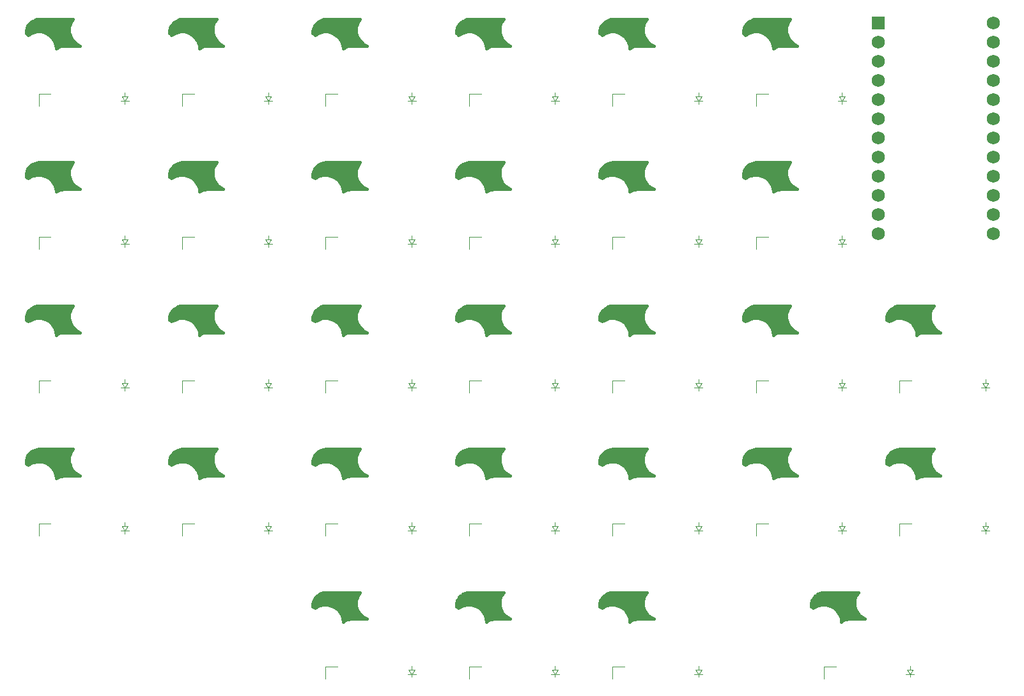
<source format=gbr>
%TF.GenerationSoftware,KiCad,Pcbnew,8.0.8*%
%TF.CreationDate,2025-01-31T06:20:13-05:00*%
%TF.ProjectId,nitsud,6e697473-7564-42e6-9b69-6361645f7063,v1.0.0*%
%TF.SameCoordinates,Original*%
%TF.FileFunction,Legend,Bot*%
%TF.FilePolarity,Positive*%
%FSLAX46Y46*%
G04 Gerber Fmt 4.6, Leading zero omitted, Abs format (unit mm)*
G04 Created by KiCad (PCBNEW 8.0.8) date 2025-01-31 06:20:13*
%MOMM*%
%LPD*%
G01*
G04 APERTURE LIST*
%ADD10C,0.400000*%
%ADD11C,0.120000*%
%ADD12C,0.100000*%
%ADD13R,1.752600X1.752600*%
%ADD14C,1.752600*%
G04 APERTURE END LIST*
D10*
%TO.C,S5*%
X169450000Y-143950000D02*
X169300000Y-144350000D01*
X169250000Y-144600000D01*
X169250000Y-144950000D01*
X169250000Y-145250000D01*
X169350000Y-145650000D01*
X169500000Y-146000000D01*
X169650000Y-146250000D01*
X169950000Y-146600000D01*
X170200000Y-146800000D01*
X170650000Y-147050000D01*
X168600000Y-147050000D01*
X168100000Y-147100000D01*
X167750000Y-147200000D01*
X167500000Y-147400000D01*
X167450000Y-146950000D01*
X167250000Y-146400000D01*
X166850000Y-145850000D01*
X166550000Y-145600000D01*
X166050000Y-145300000D01*
X165450000Y-145150000D01*
X164950000Y-145150000D01*
X164500000Y-145250000D01*
X164250000Y-145350000D01*
X163800000Y-145600000D01*
X163650000Y-145500000D01*
X163500000Y-145400000D01*
X163500000Y-145000000D01*
X163600000Y-144600000D01*
X163750000Y-144350000D01*
X163900000Y-144150000D01*
X164050000Y-144000000D01*
X164250000Y-143850000D01*
X164400000Y-143750000D01*
X164600000Y-143650000D01*
X164900000Y-143550000D01*
X165200000Y-143500000D01*
X165400000Y-143500000D01*
X169750000Y-143500000D01*
X169450000Y-143950000D01*
G36*
X169450000Y-143950000D02*
G01*
X169300000Y-144350000D01*
X169250000Y-144600000D01*
X169250000Y-144950000D01*
X169250000Y-145250000D01*
X169350000Y-145650000D01*
X169500000Y-146000000D01*
X169650000Y-146250000D01*
X169950000Y-146600000D01*
X170200000Y-146800000D01*
X170650000Y-147050000D01*
X168600000Y-147050000D01*
X168100000Y-147100000D01*
X167750000Y-147200000D01*
X167500000Y-147400000D01*
X167450000Y-146950000D01*
X167250000Y-146400000D01*
X166850000Y-145850000D01*
X166550000Y-145600000D01*
X166050000Y-145300000D01*
X165450000Y-145150000D01*
X164950000Y-145150000D01*
X164500000Y-145250000D01*
X164250000Y-145350000D01*
X163800000Y-145600000D01*
X163650000Y-145500000D01*
X163500000Y-145400000D01*
X163500000Y-145000000D01*
X163600000Y-144600000D01*
X163750000Y-144350000D01*
X163900000Y-144150000D01*
X164050000Y-144000000D01*
X164250000Y-143850000D01*
X164400000Y-143750000D01*
X164600000Y-143650000D01*
X164900000Y-143550000D01*
X165200000Y-143500000D01*
X165400000Y-143500000D01*
X169750000Y-143500000D01*
X169450000Y-143950000D01*
G37*
D11*
%TO.C,LED27*%
X184200000Y-172400000D02*
X185800000Y-172400000D01*
X184200000Y-174000000D02*
X184200000Y-172400000D01*
D12*
%TO.C,D5*%
X176200000Y-153750000D02*
X177000000Y-153750000D01*
X176600000Y-153750000D02*
X176600000Y-153250000D01*
X176600000Y-154350000D02*
X176050000Y-154350000D01*
X176600000Y-154350000D02*
X176200000Y-153750000D01*
X176600000Y-154350000D02*
X177150000Y-154350000D01*
X176600000Y-154750000D02*
X176600000Y-154350000D01*
X177000000Y-153750000D02*
X176600000Y-154350000D01*
%TO.C,D19*%
X233200000Y-115750000D02*
X234000000Y-115750000D01*
X233600000Y-115750000D02*
X233600000Y-115250000D01*
X233600000Y-116350000D02*
X233050000Y-116350000D01*
X233600000Y-116350000D02*
X233200000Y-115750000D01*
X233600000Y-116350000D02*
X234150000Y-116350000D01*
X233600000Y-116750000D02*
X233600000Y-116350000D01*
X234000000Y-115750000D02*
X233600000Y-116350000D01*
D11*
%TO.C,LED15*%
X203200000Y-115400000D02*
X204800000Y-115400000D01*
X203200000Y-117000000D02*
X203200000Y-115400000D01*
%TO.C,LED26*%
X260200000Y-134400000D02*
X261800000Y-134400000D01*
X260200000Y-136000000D02*
X260200000Y-134400000D01*
D10*
%TO.C,S13*%
X207450000Y-143950000D02*
X207300000Y-144350000D01*
X207250000Y-144600000D01*
X207250000Y-144950000D01*
X207250000Y-145250000D01*
X207350000Y-145650000D01*
X207500000Y-146000000D01*
X207650000Y-146250000D01*
X207950000Y-146600000D01*
X208200000Y-146800000D01*
X208650000Y-147050000D01*
X206600000Y-147050000D01*
X206100000Y-147100000D01*
X205750000Y-147200000D01*
X205500000Y-147400000D01*
X205450000Y-146950000D01*
X205250000Y-146400000D01*
X204850000Y-145850000D01*
X204550000Y-145600000D01*
X204050000Y-145300000D01*
X203450000Y-145150000D01*
X202950000Y-145150000D01*
X202500000Y-145250000D01*
X202250000Y-145350000D01*
X201800000Y-145600000D01*
X201650000Y-145500000D01*
X201500000Y-145400000D01*
X201500000Y-145000000D01*
X201600000Y-144600000D01*
X201750000Y-144350000D01*
X201900000Y-144150000D01*
X202050000Y-144000000D01*
X202250000Y-143850000D01*
X202400000Y-143750000D01*
X202600000Y-143650000D01*
X202900000Y-143550000D01*
X203200000Y-143500000D01*
X203400000Y-143500000D01*
X207750000Y-143500000D01*
X207450000Y-143950000D01*
G36*
X207450000Y-143950000D02*
G01*
X207300000Y-144350000D01*
X207250000Y-144600000D01*
X207250000Y-144950000D01*
X207250000Y-145250000D01*
X207350000Y-145650000D01*
X207500000Y-146000000D01*
X207650000Y-146250000D01*
X207950000Y-146600000D01*
X208200000Y-146800000D01*
X208650000Y-147050000D01*
X206600000Y-147050000D01*
X206100000Y-147100000D01*
X205750000Y-147200000D01*
X205500000Y-147400000D01*
X205450000Y-146950000D01*
X205250000Y-146400000D01*
X204850000Y-145850000D01*
X204550000Y-145600000D01*
X204050000Y-145300000D01*
X203450000Y-145150000D01*
X202950000Y-145150000D01*
X202500000Y-145250000D01*
X202250000Y-145350000D01*
X201800000Y-145600000D01*
X201650000Y-145500000D01*
X201500000Y-145400000D01*
X201500000Y-145000000D01*
X201600000Y-144600000D01*
X201750000Y-144350000D01*
X201900000Y-144150000D01*
X202050000Y-144000000D01*
X202250000Y-143850000D01*
X202400000Y-143750000D01*
X202600000Y-143650000D01*
X202900000Y-143550000D01*
X203200000Y-143500000D01*
X203400000Y-143500000D01*
X207750000Y-143500000D01*
X207450000Y-143950000D01*
G37*
%TO.C,S2*%
X150450000Y-124950000D02*
X150300000Y-125350000D01*
X150250000Y-125600000D01*
X150250000Y-125950000D01*
X150250000Y-126250000D01*
X150350000Y-126650000D01*
X150500000Y-127000000D01*
X150650000Y-127250000D01*
X150950000Y-127600000D01*
X151200000Y-127800000D01*
X151650000Y-128050000D01*
X149600000Y-128050000D01*
X149100000Y-128100000D01*
X148750000Y-128200000D01*
X148500000Y-128400000D01*
X148450000Y-127950000D01*
X148250000Y-127400000D01*
X147850000Y-126850000D01*
X147550000Y-126600000D01*
X147050000Y-126300000D01*
X146450000Y-126150000D01*
X145950000Y-126150000D01*
X145500000Y-126250000D01*
X145250000Y-126350000D01*
X144800000Y-126600000D01*
X144650000Y-126500000D01*
X144500000Y-126400000D01*
X144500000Y-126000000D01*
X144600000Y-125600000D01*
X144750000Y-125350000D01*
X144900000Y-125150000D01*
X145050000Y-125000000D01*
X145250000Y-124850000D01*
X145400000Y-124750000D01*
X145600000Y-124650000D01*
X145900000Y-124550000D01*
X146200000Y-124500000D01*
X146400000Y-124500000D01*
X150750000Y-124500000D01*
X150450000Y-124950000D01*
G36*
X150450000Y-124950000D02*
G01*
X150300000Y-125350000D01*
X150250000Y-125600000D01*
X150250000Y-125950000D01*
X150250000Y-126250000D01*
X150350000Y-126650000D01*
X150500000Y-127000000D01*
X150650000Y-127250000D01*
X150950000Y-127600000D01*
X151200000Y-127800000D01*
X151650000Y-128050000D01*
X149600000Y-128050000D01*
X149100000Y-128100000D01*
X148750000Y-128200000D01*
X148500000Y-128400000D01*
X148450000Y-127950000D01*
X148250000Y-127400000D01*
X147850000Y-126850000D01*
X147550000Y-126600000D01*
X147050000Y-126300000D01*
X146450000Y-126150000D01*
X145950000Y-126150000D01*
X145500000Y-126250000D01*
X145250000Y-126350000D01*
X144800000Y-126600000D01*
X144650000Y-126500000D01*
X144500000Y-126400000D01*
X144500000Y-126000000D01*
X144600000Y-125600000D01*
X144750000Y-125350000D01*
X144900000Y-125150000D01*
X145050000Y-125000000D01*
X145250000Y-124850000D01*
X145400000Y-124750000D01*
X145600000Y-124650000D01*
X145900000Y-124550000D01*
X146200000Y-124500000D01*
X146400000Y-124500000D01*
X150750000Y-124500000D01*
X150450000Y-124950000D01*
G37*
D11*
%TO.C,LED16*%
X203200000Y-96400000D02*
X204800000Y-96400000D01*
X203200000Y-98000000D02*
X203200000Y-96400000D01*
D10*
%TO.C,S29*%
X226450000Y-162950000D02*
X226300000Y-163350000D01*
X226250000Y-163600000D01*
X226250000Y-163950000D01*
X226250000Y-164250000D01*
X226350000Y-164650000D01*
X226500000Y-165000000D01*
X226650000Y-165250000D01*
X226950000Y-165600000D01*
X227200000Y-165800000D01*
X227650000Y-166050000D01*
X225600000Y-166050000D01*
X225100000Y-166100000D01*
X224750000Y-166200000D01*
X224500000Y-166400000D01*
X224450000Y-165950000D01*
X224250000Y-165400000D01*
X223850000Y-164850000D01*
X223550000Y-164600000D01*
X223050000Y-164300000D01*
X222450000Y-164150000D01*
X221950000Y-164150000D01*
X221500000Y-164250000D01*
X221250000Y-164350000D01*
X220800000Y-164600000D01*
X220650000Y-164500000D01*
X220500000Y-164400000D01*
X220500000Y-164000000D01*
X220600000Y-163600000D01*
X220750000Y-163350000D01*
X220900000Y-163150000D01*
X221050000Y-163000000D01*
X221250000Y-162850000D01*
X221400000Y-162750000D01*
X221600000Y-162650000D01*
X221900000Y-162550000D01*
X222200000Y-162500000D01*
X222400000Y-162500000D01*
X226750000Y-162500000D01*
X226450000Y-162950000D01*
G36*
X226450000Y-162950000D02*
G01*
X226300000Y-163350000D01*
X226250000Y-163600000D01*
X226250000Y-163950000D01*
X226250000Y-164250000D01*
X226350000Y-164650000D01*
X226500000Y-165000000D01*
X226650000Y-165250000D01*
X226950000Y-165600000D01*
X227200000Y-165800000D01*
X227650000Y-166050000D01*
X225600000Y-166050000D01*
X225100000Y-166100000D01*
X224750000Y-166200000D01*
X224500000Y-166400000D01*
X224450000Y-165950000D01*
X224250000Y-165400000D01*
X223850000Y-164850000D01*
X223550000Y-164600000D01*
X223050000Y-164300000D01*
X222450000Y-164150000D01*
X221950000Y-164150000D01*
X221500000Y-164250000D01*
X221250000Y-164350000D01*
X220800000Y-164600000D01*
X220650000Y-164500000D01*
X220500000Y-164400000D01*
X220500000Y-164000000D01*
X220600000Y-163600000D01*
X220750000Y-163350000D01*
X220900000Y-163150000D01*
X221050000Y-163000000D01*
X221250000Y-162850000D01*
X221400000Y-162750000D01*
X221600000Y-162650000D01*
X221900000Y-162550000D01*
X222200000Y-162500000D01*
X222400000Y-162500000D01*
X226750000Y-162500000D01*
X226450000Y-162950000D01*
G37*
%TO.C,S22*%
X245450000Y-124950000D02*
X245300000Y-125350000D01*
X245250000Y-125600000D01*
X245250000Y-125950000D01*
X245250000Y-126250000D01*
X245350000Y-126650000D01*
X245500000Y-127000000D01*
X245650000Y-127250000D01*
X245950000Y-127600000D01*
X246200000Y-127800000D01*
X246650000Y-128050000D01*
X244600000Y-128050000D01*
X244100000Y-128100000D01*
X243750000Y-128200000D01*
X243500000Y-128400000D01*
X243450000Y-127950000D01*
X243250000Y-127400000D01*
X242850000Y-126850000D01*
X242550000Y-126600000D01*
X242050000Y-126300000D01*
X241450000Y-126150000D01*
X240950000Y-126150000D01*
X240500000Y-126250000D01*
X240250000Y-126350000D01*
X239800000Y-126600000D01*
X239650000Y-126500000D01*
X239500000Y-126400000D01*
X239500000Y-126000000D01*
X239600000Y-125600000D01*
X239750000Y-125350000D01*
X239900000Y-125150000D01*
X240050000Y-125000000D01*
X240250000Y-124850000D01*
X240400000Y-124750000D01*
X240600000Y-124650000D01*
X240900000Y-124550000D01*
X241200000Y-124500000D01*
X241400000Y-124500000D01*
X245750000Y-124500000D01*
X245450000Y-124950000D01*
G36*
X245450000Y-124950000D02*
G01*
X245300000Y-125350000D01*
X245250000Y-125600000D01*
X245250000Y-125950000D01*
X245250000Y-126250000D01*
X245350000Y-126650000D01*
X245500000Y-127000000D01*
X245650000Y-127250000D01*
X245950000Y-127600000D01*
X246200000Y-127800000D01*
X246650000Y-128050000D01*
X244600000Y-128050000D01*
X244100000Y-128100000D01*
X243750000Y-128200000D01*
X243500000Y-128400000D01*
X243450000Y-127950000D01*
X243250000Y-127400000D01*
X242850000Y-126850000D01*
X242550000Y-126600000D01*
X242050000Y-126300000D01*
X241450000Y-126150000D01*
X240950000Y-126150000D01*
X240500000Y-126250000D01*
X240250000Y-126350000D01*
X239800000Y-126600000D01*
X239650000Y-126500000D01*
X239500000Y-126400000D01*
X239500000Y-126000000D01*
X239600000Y-125600000D01*
X239750000Y-125350000D01*
X239900000Y-125150000D01*
X240050000Y-125000000D01*
X240250000Y-124850000D01*
X240400000Y-124750000D01*
X240600000Y-124650000D01*
X240900000Y-124550000D01*
X241200000Y-124500000D01*
X241400000Y-124500000D01*
X245750000Y-124500000D01*
X245450000Y-124950000D01*
G37*
D12*
%TO.C,D2*%
X157200000Y-134750000D02*
X158000000Y-134750000D01*
X157600000Y-134750000D02*
X157600000Y-134250000D01*
X157600000Y-135350000D02*
X157050000Y-135350000D01*
X157600000Y-135350000D02*
X157200000Y-134750000D01*
X157600000Y-135350000D02*
X158150000Y-135350000D01*
X157600000Y-135750000D02*
X157600000Y-135350000D01*
X158000000Y-134750000D02*
X157600000Y-135350000D01*
%TO.C,D29*%
X233200000Y-172750000D02*
X234000000Y-172750000D01*
X233600000Y-172750000D02*
X233600000Y-172250000D01*
X233600000Y-173350000D02*
X233050000Y-173350000D01*
X233600000Y-173350000D02*
X233200000Y-172750000D01*
X233600000Y-173350000D02*
X234150000Y-173350000D01*
X233600000Y-173750000D02*
X233600000Y-173350000D01*
X234000000Y-172750000D02*
X233600000Y-173350000D01*
D10*
%TO.C,S3*%
X150450000Y-105950000D02*
X150300000Y-106350000D01*
X150250000Y-106600000D01*
X150250000Y-106950000D01*
X150250000Y-107250000D01*
X150350000Y-107650000D01*
X150500000Y-108000000D01*
X150650000Y-108250000D01*
X150950000Y-108600000D01*
X151200000Y-108800000D01*
X151650000Y-109050000D01*
X149600000Y-109050000D01*
X149100000Y-109100000D01*
X148750000Y-109200000D01*
X148500000Y-109400000D01*
X148450000Y-108950000D01*
X148250000Y-108400000D01*
X147850000Y-107850000D01*
X147550000Y-107600000D01*
X147050000Y-107300000D01*
X146450000Y-107150000D01*
X145950000Y-107150000D01*
X145500000Y-107250000D01*
X145250000Y-107350000D01*
X144800000Y-107600000D01*
X144650000Y-107500000D01*
X144500000Y-107400000D01*
X144500000Y-107000000D01*
X144600000Y-106600000D01*
X144750000Y-106350000D01*
X144900000Y-106150000D01*
X145050000Y-106000000D01*
X145250000Y-105850000D01*
X145400000Y-105750000D01*
X145600000Y-105650000D01*
X145900000Y-105550000D01*
X146200000Y-105500000D01*
X146400000Y-105500000D01*
X150750000Y-105500000D01*
X150450000Y-105950000D01*
G36*
X150450000Y-105950000D02*
G01*
X150300000Y-106350000D01*
X150250000Y-106600000D01*
X150250000Y-106950000D01*
X150250000Y-107250000D01*
X150350000Y-107650000D01*
X150500000Y-108000000D01*
X150650000Y-108250000D01*
X150950000Y-108600000D01*
X151200000Y-108800000D01*
X151650000Y-109050000D01*
X149600000Y-109050000D01*
X149100000Y-109100000D01*
X148750000Y-109200000D01*
X148500000Y-109400000D01*
X148450000Y-108950000D01*
X148250000Y-108400000D01*
X147850000Y-107850000D01*
X147550000Y-107600000D01*
X147050000Y-107300000D01*
X146450000Y-107150000D01*
X145950000Y-107150000D01*
X145500000Y-107250000D01*
X145250000Y-107350000D01*
X144800000Y-107600000D01*
X144650000Y-107500000D01*
X144500000Y-107400000D01*
X144500000Y-107000000D01*
X144600000Y-106600000D01*
X144750000Y-106350000D01*
X144900000Y-106150000D01*
X145050000Y-106000000D01*
X145250000Y-105850000D01*
X145400000Y-105750000D01*
X145600000Y-105650000D01*
X145900000Y-105550000D01*
X146200000Y-105500000D01*
X146400000Y-105500000D01*
X150750000Y-105500000D01*
X150450000Y-105950000D01*
G37*
%TO.C,S1*%
X150450000Y-143950000D02*
X150300000Y-144350000D01*
X150250000Y-144600000D01*
X150250000Y-144950000D01*
X150250000Y-145250000D01*
X150350000Y-145650000D01*
X150500000Y-146000000D01*
X150650000Y-146250000D01*
X150950000Y-146600000D01*
X151200000Y-146800000D01*
X151650000Y-147050000D01*
X149600000Y-147050000D01*
X149100000Y-147100000D01*
X148750000Y-147200000D01*
X148500000Y-147400000D01*
X148450000Y-146950000D01*
X148250000Y-146400000D01*
X147850000Y-145850000D01*
X147550000Y-145600000D01*
X147050000Y-145300000D01*
X146450000Y-145150000D01*
X145950000Y-145150000D01*
X145500000Y-145250000D01*
X145250000Y-145350000D01*
X144800000Y-145600000D01*
X144650000Y-145500000D01*
X144500000Y-145400000D01*
X144500000Y-145000000D01*
X144600000Y-144600000D01*
X144750000Y-144350000D01*
X144900000Y-144150000D01*
X145050000Y-144000000D01*
X145250000Y-143850000D01*
X145400000Y-143750000D01*
X145600000Y-143650000D01*
X145900000Y-143550000D01*
X146200000Y-143500000D01*
X146400000Y-143500000D01*
X150750000Y-143500000D01*
X150450000Y-143950000D01*
G36*
X150450000Y-143950000D02*
G01*
X150300000Y-144350000D01*
X150250000Y-144600000D01*
X150250000Y-144950000D01*
X150250000Y-145250000D01*
X150350000Y-145650000D01*
X150500000Y-146000000D01*
X150650000Y-146250000D01*
X150950000Y-146600000D01*
X151200000Y-146800000D01*
X151650000Y-147050000D01*
X149600000Y-147050000D01*
X149100000Y-147100000D01*
X148750000Y-147200000D01*
X148500000Y-147400000D01*
X148450000Y-146950000D01*
X148250000Y-146400000D01*
X147850000Y-145850000D01*
X147550000Y-145600000D01*
X147050000Y-145300000D01*
X146450000Y-145150000D01*
X145950000Y-145150000D01*
X145500000Y-145250000D01*
X145250000Y-145350000D01*
X144800000Y-145600000D01*
X144650000Y-145500000D01*
X144500000Y-145400000D01*
X144500000Y-145000000D01*
X144600000Y-144600000D01*
X144750000Y-144350000D01*
X144900000Y-144150000D01*
X145050000Y-144000000D01*
X145250000Y-143850000D01*
X145400000Y-143750000D01*
X145600000Y-143650000D01*
X145900000Y-143550000D01*
X146200000Y-143500000D01*
X146400000Y-143500000D01*
X150750000Y-143500000D01*
X150450000Y-143950000D01*
G37*
%TO.C,S19*%
X226450000Y-105950000D02*
X226300000Y-106350000D01*
X226250000Y-106600000D01*
X226250000Y-106950000D01*
X226250000Y-107250000D01*
X226350000Y-107650000D01*
X226500000Y-108000000D01*
X226650000Y-108250000D01*
X226950000Y-108600000D01*
X227200000Y-108800000D01*
X227650000Y-109050000D01*
X225600000Y-109050000D01*
X225100000Y-109100000D01*
X224750000Y-109200000D01*
X224500000Y-109400000D01*
X224450000Y-108950000D01*
X224250000Y-108400000D01*
X223850000Y-107850000D01*
X223550000Y-107600000D01*
X223050000Y-107300000D01*
X222450000Y-107150000D01*
X221950000Y-107150000D01*
X221500000Y-107250000D01*
X221250000Y-107350000D01*
X220800000Y-107600000D01*
X220650000Y-107500000D01*
X220500000Y-107400000D01*
X220500000Y-107000000D01*
X220600000Y-106600000D01*
X220750000Y-106350000D01*
X220900000Y-106150000D01*
X221050000Y-106000000D01*
X221250000Y-105850000D01*
X221400000Y-105750000D01*
X221600000Y-105650000D01*
X221900000Y-105550000D01*
X222200000Y-105500000D01*
X222400000Y-105500000D01*
X226750000Y-105500000D01*
X226450000Y-105950000D01*
G36*
X226450000Y-105950000D02*
G01*
X226300000Y-106350000D01*
X226250000Y-106600000D01*
X226250000Y-106950000D01*
X226250000Y-107250000D01*
X226350000Y-107650000D01*
X226500000Y-108000000D01*
X226650000Y-108250000D01*
X226950000Y-108600000D01*
X227200000Y-108800000D01*
X227650000Y-109050000D01*
X225600000Y-109050000D01*
X225100000Y-109100000D01*
X224750000Y-109200000D01*
X224500000Y-109400000D01*
X224450000Y-108950000D01*
X224250000Y-108400000D01*
X223850000Y-107850000D01*
X223550000Y-107600000D01*
X223050000Y-107300000D01*
X222450000Y-107150000D01*
X221950000Y-107150000D01*
X221500000Y-107250000D01*
X221250000Y-107350000D01*
X220800000Y-107600000D01*
X220650000Y-107500000D01*
X220500000Y-107400000D01*
X220500000Y-107000000D01*
X220600000Y-106600000D01*
X220750000Y-106350000D01*
X220900000Y-106150000D01*
X221050000Y-106000000D01*
X221250000Y-105850000D01*
X221400000Y-105750000D01*
X221600000Y-105650000D01*
X221900000Y-105550000D01*
X222200000Y-105500000D01*
X222400000Y-105500000D01*
X226750000Y-105500000D01*
X226450000Y-105950000D01*
G37*
D11*
%TO.C,LED10*%
X184200000Y-134400000D02*
X185800000Y-134400000D01*
X184200000Y-136000000D02*
X184200000Y-134400000D01*
D10*
%TO.C,S25*%
X264450000Y-143950000D02*
X264300000Y-144350000D01*
X264250000Y-144600000D01*
X264250000Y-144950000D01*
X264250000Y-145250000D01*
X264350000Y-145650000D01*
X264500000Y-146000000D01*
X264650000Y-146250000D01*
X264950000Y-146600000D01*
X265200000Y-146800000D01*
X265650000Y-147050000D01*
X263600000Y-147050000D01*
X263100000Y-147100000D01*
X262750000Y-147200000D01*
X262500000Y-147400000D01*
X262450000Y-146950000D01*
X262250000Y-146400000D01*
X261850000Y-145850000D01*
X261550000Y-145600000D01*
X261050000Y-145300000D01*
X260450000Y-145150000D01*
X259950000Y-145150000D01*
X259500000Y-145250000D01*
X259250000Y-145350000D01*
X258800000Y-145600000D01*
X258650000Y-145500000D01*
X258500000Y-145400000D01*
X258500000Y-145000000D01*
X258600000Y-144600000D01*
X258750000Y-144350000D01*
X258900000Y-144150000D01*
X259050000Y-144000000D01*
X259250000Y-143850000D01*
X259400000Y-143750000D01*
X259600000Y-143650000D01*
X259900000Y-143550000D01*
X260200000Y-143500000D01*
X260400000Y-143500000D01*
X264750000Y-143500000D01*
X264450000Y-143950000D01*
G36*
X264450000Y-143950000D02*
G01*
X264300000Y-144350000D01*
X264250000Y-144600000D01*
X264250000Y-144950000D01*
X264250000Y-145250000D01*
X264350000Y-145650000D01*
X264500000Y-146000000D01*
X264650000Y-146250000D01*
X264950000Y-146600000D01*
X265200000Y-146800000D01*
X265650000Y-147050000D01*
X263600000Y-147050000D01*
X263100000Y-147100000D01*
X262750000Y-147200000D01*
X262500000Y-147400000D01*
X262450000Y-146950000D01*
X262250000Y-146400000D01*
X261850000Y-145850000D01*
X261550000Y-145600000D01*
X261050000Y-145300000D01*
X260450000Y-145150000D01*
X259950000Y-145150000D01*
X259500000Y-145250000D01*
X259250000Y-145350000D01*
X258800000Y-145600000D01*
X258650000Y-145500000D01*
X258500000Y-145400000D01*
X258500000Y-145000000D01*
X258600000Y-144600000D01*
X258750000Y-144350000D01*
X258900000Y-144150000D01*
X259050000Y-144000000D01*
X259250000Y-143850000D01*
X259400000Y-143750000D01*
X259600000Y-143650000D01*
X259900000Y-143550000D01*
X260200000Y-143500000D01*
X260400000Y-143500000D01*
X264750000Y-143500000D01*
X264450000Y-143950000D01*
G37*
%TO.C,S4*%
X150450000Y-86950000D02*
X150300000Y-87350000D01*
X150250000Y-87600000D01*
X150250000Y-87950000D01*
X150250000Y-88250000D01*
X150350000Y-88650000D01*
X150500000Y-89000000D01*
X150650000Y-89250000D01*
X150950000Y-89600000D01*
X151200000Y-89800000D01*
X151650000Y-90050000D01*
X149600000Y-90050000D01*
X149100000Y-90100000D01*
X148750000Y-90200000D01*
X148500000Y-90400000D01*
X148450000Y-89950000D01*
X148250000Y-89400000D01*
X147850000Y-88850000D01*
X147550000Y-88600000D01*
X147050000Y-88300000D01*
X146450000Y-88150000D01*
X145950000Y-88150000D01*
X145500000Y-88250000D01*
X145250000Y-88350000D01*
X144800000Y-88600000D01*
X144650000Y-88500000D01*
X144500000Y-88400000D01*
X144500000Y-88000000D01*
X144600000Y-87600000D01*
X144750000Y-87350000D01*
X144900000Y-87150000D01*
X145050000Y-87000000D01*
X145250000Y-86850000D01*
X145400000Y-86750000D01*
X145600000Y-86650000D01*
X145900000Y-86550000D01*
X146200000Y-86500000D01*
X146400000Y-86500000D01*
X150750000Y-86500000D01*
X150450000Y-86950000D01*
G36*
X150450000Y-86950000D02*
G01*
X150300000Y-87350000D01*
X150250000Y-87600000D01*
X150250000Y-87950000D01*
X150250000Y-88250000D01*
X150350000Y-88650000D01*
X150500000Y-89000000D01*
X150650000Y-89250000D01*
X150950000Y-89600000D01*
X151200000Y-89800000D01*
X151650000Y-90050000D01*
X149600000Y-90050000D01*
X149100000Y-90100000D01*
X148750000Y-90200000D01*
X148500000Y-90400000D01*
X148450000Y-89950000D01*
X148250000Y-89400000D01*
X147850000Y-88850000D01*
X147550000Y-88600000D01*
X147050000Y-88300000D01*
X146450000Y-88150000D01*
X145950000Y-88150000D01*
X145500000Y-88250000D01*
X145250000Y-88350000D01*
X144800000Y-88600000D01*
X144650000Y-88500000D01*
X144500000Y-88400000D01*
X144500000Y-88000000D01*
X144600000Y-87600000D01*
X144750000Y-87350000D01*
X144900000Y-87150000D01*
X145050000Y-87000000D01*
X145250000Y-86850000D01*
X145400000Y-86750000D01*
X145600000Y-86650000D01*
X145900000Y-86550000D01*
X146200000Y-86500000D01*
X146400000Y-86500000D01*
X150750000Y-86500000D01*
X150450000Y-86950000D01*
G37*
D11*
%TO.C,LED20*%
X222200000Y-96400000D02*
X223800000Y-96400000D01*
X222200000Y-98000000D02*
X222200000Y-96400000D01*
D12*
%TO.C,D14*%
X214200000Y-134750000D02*
X215000000Y-134750000D01*
X214600000Y-134750000D02*
X214600000Y-134250000D01*
X214600000Y-135350000D02*
X214050000Y-135350000D01*
X214600000Y-135350000D02*
X214200000Y-134750000D01*
X214600000Y-135350000D02*
X215150000Y-135350000D01*
X214600000Y-135750000D02*
X214600000Y-135350000D01*
X215000000Y-134750000D02*
X214600000Y-135350000D01*
D11*
%TO.C,LED2*%
X146200000Y-134400000D02*
X147800000Y-134400000D01*
X146200000Y-136000000D02*
X146200000Y-134400000D01*
%TO.C,LED13*%
X203200000Y-153400000D02*
X204800000Y-153400000D01*
X203200000Y-155000000D02*
X203200000Y-153400000D01*
%TO.C,LED6*%
X165200000Y-134400000D02*
X166800000Y-134400000D01*
X165200000Y-136000000D02*
X165200000Y-134400000D01*
D12*
%TO.C,D26*%
X271200000Y-134750000D02*
X272000000Y-134750000D01*
X271600000Y-134750000D02*
X271600000Y-134250000D01*
X271600000Y-135350000D02*
X271050000Y-135350000D01*
X271600000Y-135350000D02*
X271200000Y-134750000D01*
X271600000Y-135350000D02*
X272150000Y-135350000D01*
X271600000Y-135750000D02*
X271600000Y-135350000D01*
X272000000Y-134750000D02*
X271600000Y-135350000D01*
D10*
%TO.C,S21*%
X245450000Y-143950000D02*
X245300000Y-144350000D01*
X245250000Y-144600000D01*
X245250000Y-144950000D01*
X245250000Y-145250000D01*
X245350000Y-145650000D01*
X245500000Y-146000000D01*
X245650000Y-146250000D01*
X245950000Y-146600000D01*
X246200000Y-146800000D01*
X246650000Y-147050000D01*
X244600000Y-147050000D01*
X244100000Y-147100000D01*
X243750000Y-147200000D01*
X243500000Y-147400000D01*
X243450000Y-146950000D01*
X243250000Y-146400000D01*
X242850000Y-145850000D01*
X242550000Y-145600000D01*
X242050000Y-145300000D01*
X241450000Y-145150000D01*
X240950000Y-145150000D01*
X240500000Y-145250000D01*
X240250000Y-145350000D01*
X239800000Y-145600000D01*
X239650000Y-145500000D01*
X239500000Y-145400000D01*
X239500000Y-145000000D01*
X239600000Y-144600000D01*
X239750000Y-144350000D01*
X239900000Y-144150000D01*
X240050000Y-144000000D01*
X240250000Y-143850000D01*
X240400000Y-143750000D01*
X240600000Y-143650000D01*
X240900000Y-143550000D01*
X241200000Y-143500000D01*
X241400000Y-143500000D01*
X245750000Y-143500000D01*
X245450000Y-143950000D01*
G36*
X245450000Y-143950000D02*
G01*
X245300000Y-144350000D01*
X245250000Y-144600000D01*
X245250000Y-144950000D01*
X245250000Y-145250000D01*
X245350000Y-145650000D01*
X245500000Y-146000000D01*
X245650000Y-146250000D01*
X245950000Y-146600000D01*
X246200000Y-146800000D01*
X246650000Y-147050000D01*
X244600000Y-147050000D01*
X244100000Y-147100000D01*
X243750000Y-147200000D01*
X243500000Y-147400000D01*
X243450000Y-146950000D01*
X243250000Y-146400000D01*
X242850000Y-145850000D01*
X242550000Y-145600000D01*
X242050000Y-145300000D01*
X241450000Y-145150000D01*
X240950000Y-145150000D01*
X240500000Y-145250000D01*
X240250000Y-145350000D01*
X239800000Y-145600000D01*
X239650000Y-145500000D01*
X239500000Y-145400000D01*
X239500000Y-145000000D01*
X239600000Y-144600000D01*
X239750000Y-144350000D01*
X239900000Y-144150000D01*
X240050000Y-144000000D01*
X240250000Y-143850000D01*
X240400000Y-143750000D01*
X240600000Y-143650000D01*
X240900000Y-143550000D01*
X241200000Y-143500000D01*
X241400000Y-143500000D01*
X245750000Y-143500000D01*
X245450000Y-143950000D01*
G37*
D11*
%TO.C,LED18*%
X222200000Y-134400000D02*
X223800000Y-134400000D01*
X222200000Y-136000000D02*
X222200000Y-134400000D01*
D10*
%TO.C,S24*%
X245450000Y-86950000D02*
X245300000Y-87350000D01*
X245250000Y-87600000D01*
X245250000Y-87950000D01*
X245250000Y-88250000D01*
X245350000Y-88650000D01*
X245500000Y-89000000D01*
X245650000Y-89250000D01*
X245950000Y-89600000D01*
X246200000Y-89800000D01*
X246650000Y-90050000D01*
X244600000Y-90050000D01*
X244100000Y-90100000D01*
X243750000Y-90200000D01*
X243500000Y-90400000D01*
X243450000Y-89950000D01*
X243250000Y-89400000D01*
X242850000Y-88850000D01*
X242550000Y-88600000D01*
X242050000Y-88300000D01*
X241450000Y-88150000D01*
X240950000Y-88150000D01*
X240500000Y-88250000D01*
X240250000Y-88350000D01*
X239800000Y-88600000D01*
X239650000Y-88500000D01*
X239500000Y-88400000D01*
X239500000Y-88000000D01*
X239600000Y-87600000D01*
X239750000Y-87350000D01*
X239900000Y-87150000D01*
X240050000Y-87000000D01*
X240250000Y-86850000D01*
X240400000Y-86750000D01*
X240600000Y-86650000D01*
X240900000Y-86550000D01*
X241200000Y-86500000D01*
X241400000Y-86500000D01*
X245750000Y-86500000D01*
X245450000Y-86950000D01*
G36*
X245450000Y-86950000D02*
G01*
X245300000Y-87350000D01*
X245250000Y-87600000D01*
X245250000Y-87950000D01*
X245250000Y-88250000D01*
X245350000Y-88650000D01*
X245500000Y-89000000D01*
X245650000Y-89250000D01*
X245950000Y-89600000D01*
X246200000Y-89800000D01*
X246650000Y-90050000D01*
X244600000Y-90050000D01*
X244100000Y-90100000D01*
X243750000Y-90200000D01*
X243500000Y-90400000D01*
X243450000Y-89950000D01*
X243250000Y-89400000D01*
X242850000Y-88850000D01*
X242550000Y-88600000D01*
X242050000Y-88300000D01*
X241450000Y-88150000D01*
X240950000Y-88150000D01*
X240500000Y-88250000D01*
X240250000Y-88350000D01*
X239800000Y-88600000D01*
X239650000Y-88500000D01*
X239500000Y-88400000D01*
X239500000Y-88000000D01*
X239600000Y-87600000D01*
X239750000Y-87350000D01*
X239900000Y-87150000D01*
X240050000Y-87000000D01*
X240250000Y-86850000D01*
X240400000Y-86750000D01*
X240600000Y-86650000D01*
X240900000Y-86550000D01*
X241200000Y-86500000D01*
X241400000Y-86500000D01*
X245750000Y-86500000D01*
X245450000Y-86950000D01*
G37*
D12*
%TO.C,D25*%
X271200000Y-153750000D02*
X272000000Y-153750000D01*
X271600000Y-153750000D02*
X271600000Y-153250000D01*
X271600000Y-154350000D02*
X271050000Y-154350000D01*
X271600000Y-154350000D02*
X271200000Y-153750000D01*
X271600000Y-154350000D02*
X272150000Y-154350000D01*
X271600000Y-154750000D02*
X271600000Y-154350000D01*
X272000000Y-153750000D02*
X271600000Y-154350000D01*
%TO.C,D28*%
X214200000Y-172750000D02*
X215000000Y-172750000D01*
X214600000Y-172750000D02*
X214600000Y-172250000D01*
X214600000Y-173350000D02*
X214050000Y-173350000D01*
X214600000Y-173350000D02*
X214200000Y-172750000D01*
X214600000Y-173350000D02*
X215150000Y-173350000D01*
X214600000Y-173750000D02*
X214600000Y-173350000D01*
X215000000Y-172750000D02*
X214600000Y-173350000D01*
%TO.C,D22*%
X252200000Y-134750000D02*
X253000000Y-134750000D01*
X252600000Y-134750000D02*
X252600000Y-134250000D01*
X252600000Y-135350000D02*
X252050000Y-135350000D01*
X252600000Y-135350000D02*
X252200000Y-134750000D01*
X252600000Y-135350000D02*
X253150000Y-135350000D01*
X252600000Y-135750000D02*
X252600000Y-135350000D01*
X253000000Y-134750000D02*
X252600000Y-135350000D01*
%TO.C,D7*%
X176200000Y-115750000D02*
X177000000Y-115750000D01*
X176600000Y-115750000D02*
X176600000Y-115250000D01*
X176600000Y-116350000D02*
X176050000Y-116350000D01*
X176600000Y-116350000D02*
X176200000Y-115750000D01*
X176600000Y-116350000D02*
X177150000Y-116350000D01*
X176600000Y-116750000D02*
X176600000Y-116350000D01*
X177000000Y-115750000D02*
X176600000Y-116350000D01*
%TO.C,D13*%
X214200000Y-153750000D02*
X215000000Y-153750000D01*
X214600000Y-153750000D02*
X214600000Y-153250000D01*
X214600000Y-154350000D02*
X214050000Y-154350000D01*
X214600000Y-154350000D02*
X214200000Y-153750000D01*
X214600000Y-154350000D02*
X215150000Y-154350000D01*
X214600000Y-154750000D02*
X214600000Y-154350000D01*
X215000000Y-153750000D02*
X214600000Y-154350000D01*
D10*
%TO.C,S27*%
X188450000Y-162950000D02*
X188300000Y-163350000D01*
X188250000Y-163600000D01*
X188250000Y-163950000D01*
X188250000Y-164250000D01*
X188350000Y-164650000D01*
X188500000Y-165000000D01*
X188650000Y-165250000D01*
X188950000Y-165600000D01*
X189200000Y-165800000D01*
X189650000Y-166050000D01*
X187600000Y-166050000D01*
X187100000Y-166100000D01*
X186750000Y-166200000D01*
X186500000Y-166400000D01*
X186450000Y-165950000D01*
X186250000Y-165400000D01*
X185850000Y-164850000D01*
X185550000Y-164600000D01*
X185050000Y-164300000D01*
X184450000Y-164150000D01*
X183950000Y-164150000D01*
X183500000Y-164250000D01*
X183250000Y-164350000D01*
X182800000Y-164600000D01*
X182650000Y-164500000D01*
X182500000Y-164400000D01*
X182500000Y-164000000D01*
X182600000Y-163600000D01*
X182750000Y-163350000D01*
X182900000Y-163150000D01*
X183050000Y-163000000D01*
X183250000Y-162850000D01*
X183400000Y-162750000D01*
X183600000Y-162650000D01*
X183900000Y-162550000D01*
X184200000Y-162500000D01*
X184400000Y-162500000D01*
X188750000Y-162500000D01*
X188450000Y-162950000D01*
G36*
X188450000Y-162950000D02*
G01*
X188300000Y-163350000D01*
X188250000Y-163600000D01*
X188250000Y-163950000D01*
X188250000Y-164250000D01*
X188350000Y-164650000D01*
X188500000Y-165000000D01*
X188650000Y-165250000D01*
X188950000Y-165600000D01*
X189200000Y-165800000D01*
X189650000Y-166050000D01*
X187600000Y-166050000D01*
X187100000Y-166100000D01*
X186750000Y-166200000D01*
X186500000Y-166400000D01*
X186450000Y-165950000D01*
X186250000Y-165400000D01*
X185850000Y-164850000D01*
X185550000Y-164600000D01*
X185050000Y-164300000D01*
X184450000Y-164150000D01*
X183950000Y-164150000D01*
X183500000Y-164250000D01*
X183250000Y-164350000D01*
X182800000Y-164600000D01*
X182650000Y-164500000D01*
X182500000Y-164400000D01*
X182500000Y-164000000D01*
X182600000Y-163600000D01*
X182750000Y-163350000D01*
X182900000Y-163150000D01*
X183050000Y-163000000D01*
X183250000Y-162850000D01*
X183400000Y-162750000D01*
X183600000Y-162650000D01*
X183900000Y-162550000D01*
X184200000Y-162500000D01*
X184400000Y-162500000D01*
X188750000Y-162500000D01*
X188450000Y-162950000D01*
G37*
%TO.C,S12*%
X188450000Y-86950000D02*
X188300000Y-87350000D01*
X188250000Y-87600000D01*
X188250000Y-87950000D01*
X188250000Y-88250000D01*
X188350000Y-88650000D01*
X188500000Y-89000000D01*
X188650000Y-89250000D01*
X188950000Y-89600000D01*
X189200000Y-89800000D01*
X189650000Y-90050000D01*
X187600000Y-90050000D01*
X187100000Y-90100000D01*
X186750000Y-90200000D01*
X186500000Y-90400000D01*
X186450000Y-89950000D01*
X186250000Y-89400000D01*
X185850000Y-88850000D01*
X185550000Y-88600000D01*
X185050000Y-88300000D01*
X184450000Y-88150000D01*
X183950000Y-88150000D01*
X183500000Y-88250000D01*
X183250000Y-88350000D01*
X182800000Y-88600000D01*
X182650000Y-88500000D01*
X182500000Y-88400000D01*
X182500000Y-88000000D01*
X182600000Y-87600000D01*
X182750000Y-87350000D01*
X182900000Y-87150000D01*
X183050000Y-87000000D01*
X183250000Y-86850000D01*
X183400000Y-86750000D01*
X183600000Y-86650000D01*
X183900000Y-86550000D01*
X184200000Y-86500000D01*
X184400000Y-86500000D01*
X188750000Y-86500000D01*
X188450000Y-86950000D01*
G36*
X188450000Y-86950000D02*
G01*
X188300000Y-87350000D01*
X188250000Y-87600000D01*
X188250000Y-87950000D01*
X188250000Y-88250000D01*
X188350000Y-88650000D01*
X188500000Y-89000000D01*
X188650000Y-89250000D01*
X188950000Y-89600000D01*
X189200000Y-89800000D01*
X189650000Y-90050000D01*
X187600000Y-90050000D01*
X187100000Y-90100000D01*
X186750000Y-90200000D01*
X186500000Y-90400000D01*
X186450000Y-89950000D01*
X186250000Y-89400000D01*
X185850000Y-88850000D01*
X185550000Y-88600000D01*
X185050000Y-88300000D01*
X184450000Y-88150000D01*
X183950000Y-88150000D01*
X183500000Y-88250000D01*
X183250000Y-88350000D01*
X182800000Y-88600000D01*
X182650000Y-88500000D01*
X182500000Y-88400000D01*
X182500000Y-88000000D01*
X182600000Y-87600000D01*
X182750000Y-87350000D01*
X182900000Y-87150000D01*
X183050000Y-87000000D01*
X183250000Y-86850000D01*
X183400000Y-86750000D01*
X183600000Y-86650000D01*
X183900000Y-86550000D01*
X184200000Y-86500000D01*
X184400000Y-86500000D01*
X188750000Y-86500000D01*
X188450000Y-86950000D01*
G37*
D12*
%TO.C,D23*%
X252200000Y-115750000D02*
X253000000Y-115750000D01*
X252600000Y-115750000D02*
X252600000Y-115250000D01*
X252600000Y-116350000D02*
X252050000Y-116350000D01*
X252600000Y-116350000D02*
X252200000Y-115750000D01*
X252600000Y-116350000D02*
X253150000Y-116350000D01*
X252600000Y-116750000D02*
X252600000Y-116350000D01*
X253000000Y-115750000D02*
X252600000Y-116350000D01*
%TO.C,D10*%
X195200000Y-134750000D02*
X196000000Y-134750000D01*
X195600000Y-134750000D02*
X195600000Y-134250000D01*
X195600000Y-135350000D02*
X195050000Y-135350000D01*
X195600000Y-135350000D02*
X195200000Y-134750000D01*
X195600000Y-135350000D02*
X196150000Y-135350000D01*
X195600000Y-135750000D02*
X195600000Y-135350000D01*
X196000000Y-134750000D02*
X195600000Y-135350000D01*
%TO.C,D20*%
X233200000Y-96750000D02*
X234000000Y-96750000D01*
X233600000Y-96750000D02*
X233600000Y-96250000D01*
X233600000Y-97350000D02*
X233050000Y-97350000D01*
X233600000Y-97350000D02*
X233200000Y-96750000D01*
X233600000Y-97350000D02*
X234150000Y-97350000D01*
X233600000Y-97750000D02*
X233600000Y-97350000D01*
X234000000Y-96750000D02*
X233600000Y-97350000D01*
%TO.C,D4*%
X157200000Y-96750000D02*
X158000000Y-96750000D01*
X157600000Y-96750000D02*
X157600000Y-96250000D01*
X157600000Y-97350000D02*
X157050000Y-97350000D01*
X157600000Y-97350000D02*
X157200000Y-96750000D01*
X157600000Y-97350000D02*
X158150000Y-97350000D01*
X157600000Y-97750000D02*
X157600000Y-97350000D01*
X158000000Y-96750000D02*
X157600000Y-97350000D01*
D11*
%TO.C,LED5*%
X165200000Y-153400000D02*
X166800000Y-153400000D01*
X165200000Y-155000000D02*
X165200000Y-153400000D01*
D12*
%TO.C,D6*%
X176200000Y-134750000D02*
X177000000Y-134750000D01*
X176600000Y-134750000D02*
X176600000Y-134250000D01*
X176600000Y-135350000D02*
X176050000Y-135350000D01*
X176600000Y-135350000D02*
X176200000Y-134750000D01*
X176600000Y-135350000D02*
X177150000Y-135350000D01*
X176600000Y-135750000D02*
X176600000Y-135350000D01*
X177000000Y-134750000D02*
X176600000Y-135350000D01*
D10*
%TO.C,S14*%
X207450000Y-124950000D02*
X207300000Y-125350000D01*
X207250000Y-125600000D01*
X207250000Y-125950000D01*
X207250000Y-126250000D01*
X207350000Y-126650000D01*
X207500000Y-127000000D01*
X207650000Y-127250000D01*
X207950000Y-127600000D01*
X208200000Y-127800000D01*
X208650000Y-128050000D01*
X206600000Y-128050000D01*
X206100000Y-128100000D01*
X205750000Y-128200000D01*
X205500000Y-128400000D01*
X205450000Y-127950000D01*
X205250000Y-127400000D01*
X204850000Y-126850000D01*
X204550000Y-126600000D01*
X204050000Y-126300000D01*
X203450000Y-126150000D01*
X202950000Y-126150000D01*
X202500000Y-126250000D01*
X202250000Y-126350000D01*
X201800000Y-126600000D01*
X201650000Y-126500000D01*
X201500000Y-126400000D01*
X201500000Y-126000000D01*
X201600000Y-125600000D01*
X201750000Y-125350000D01*
X201900000Y-125150000D01*
X202050000Y-125000000D01*
X202250000Y-124850000D01*
X202400000Y-124750000D01*
X202600000Y-124650000D01*
X202900000Y-124550000D01*
X203200000Y-124500000D01*
X203400000Y-124500000D01*
X207750000Y-124500000D01*
X207450000Y-124950000D01*
G36*
X207450000Y-124950000D02*
G01*
X207300000Y-125350000D01*
X207250000Y-125600000D01*
X207250000Y-125950000D01*
X207250000Y-126250000D01*
X207350000Y-126650000D01*
X207500000Y-127000000D01*
X207650000Y-127250000D01*
X207950000Y-127600000D01*
X208200000Y-127800000D01*
X208650000Y-128050000D01*
X206600000Y-128050000D01*
X206100000Y-128100000D01*
X205750000Y-128200000D01*
X205500000Y-128400000D01*
X205450000Y-127950000D01*
X205250000Y-127400000D01*
X204850000Y-126850000D01*
X204550000Y-126600000D01*
X204050000Y-126300000D01*
X203450000Y-126150000D01*
X202950000Y-126150000D01*
X202500000Y-126250000D01*
X202250000Y-126350000D01*
X201800000Y-126600000D01*
X201650000Y-126500000D01*
X201500000Y-126400000D01*
X201500000Y-126000000D01*
X201600000Y-125600000D01*
X201750000Y-125350000D01*
X201900000Y-125150000D01*
X202050000Y-125000000D01*
X202250000Y-124850000D01*
X202400000Y-124750000D01*
X202600000Y-124650000D01*
X202900000Y-124550000D01*
X203200000Y-124500000D01*
X203400000Y-124500000D01*
X207750000Y-124500000D01*
X207450000Y-124950000D01*
G37*
%TO.C,S16*%
X207450000Y-86950000D02*
X207300000Y-87350000D01*
X207250000Y-87600000D01*
X207250000Y-87950000D01*
X207250000Y-88250000D01*
X207350000Y-88650000D01*
X207500000Y-89000000D01*
X207650000Y-89250000D01*
X207950000Y-89600000D01*
X208200000Y-89800000D01*
X208650000Y-90050000D01*
X206600000Y-90050000D01*
X206100000Y-90100000D01*
X205750000Y-90200000D01*
X205500000Y-90400000D01*
X205450000Y-89950000D01*
X205250000Y-89400000D01*
X204850000Y-88850000D01*
X204550000Y-88600000D01*
X204050000Y-88300000D01*
X203450000Y-88150000D01*
X202950000Y-88150000D01*
X202500000Y-88250000D01*
X202250000Y-88350000D01*
X201800000Y-88600000D01*
X201650000Y-88500000D01*
X201500000Y-88400000D01*
X201500000Y-88000000D01*
X201600000Y-87600000D01*
X201750000Y-87350000D01*
X201900000Y-87150000D01*
X202050000Y-87000000D01*
X202250000Y-86850000D01*
X202400000Y-86750000D01*
X202600000Y-86650000D01*
X202900000Y-86550000D01*
X203200000Y-86500000D01*
X203400000Y-86500000D01*
X207750000Y-86500000D01*
X207450000Y-86950000D01*
G36*
X207450000Y-86950000D02*
G01*
X207300000Y-87350000D01*
X207250000Y-87600000D01*
X207250000Y-87950000D01*
X207250000Y-88250000D01*
X207350000Y-88650000D01*
X207500000Y-89000000D01*
X207650000Y-89250000D01*
X207950000Y-89600000D01*
X208200000Y-89800000D01*
X208650000Y-90050000D01*
X206600000Y-90050000D01*
X206100000Y-90100000D01*
X205750000Y-90200000D01*
X205500000Y-90400000D01*
X205450000Y-89950000D01*
X205250000Y-89400000D01*
X204850000Y-88850000D01*
X204550000Y-88600000D01*
X204050000Y-88300000D01*
X203450000Y-88150000D01*
X202950000Y-88150000D01*
X202500000Y-88250000D01*
X202250000Y-88350000D01*
X201800000Y-88600000D01*
X201650000Y-88500000D01*
X201500000Y-88400000D01*
X201500000Y-88000000D01*
X201600000Y-87600000D01*
X201750000Y-87350000D01*
X201900000Y-87150000D01*
X202050000Y-87000000D01*
X202250000Y-86850000D01*
X202400000Y-86750000D01*
X202600000Y-86650000D01*
X202900000Y-86550000D01*
X203200000Y-86500000D01*
X203400000Y-86500000D01*
X207750000Y-86500000D01*
X207450000Y-86950000D01*
G37*
D12*
%TO.C,D12*%
X195200000Y-96750000D02*
X196000000Y-96750000D01*
X195600000Y-96750000D02*
X195600000Y-96250000D01*
X195600000Y-97350000D02*
X195050000Y-97350000D01*
X195600000Y-97350000D02*
X195200000Y-96750000D01*
X195600000Y-97350000D02*
X196150000Y-97350000D01*
X195600000Y-97750000D02*
X195600000Y-97350000D01*
X196000000Y-96750000D02*
X195600000Y-97350000D01*
D10*
%TO.C,S26*%
X264450000Y-124950000D02*
X264300000Y-125350000D01*
X264250000Y-125600000D01*
X264250000Y-125950000D01*
X264250000Y-126250000D01*
X264350000Y-126650000D01*
X264500000Y-127000000D01*
X264650000Y-127250000D01*
X264950000Y-127600000D01*
X265200000Y-127800000D01*
X265650000Y-128050000D01*
X263600000Y-128050000D01*
X263100000Y-128100000D01*
X262750000Y-128200000D01*
X262500000Y-128400000D01*
X262450000Y-127950000D01*
X262250000Y-127400000D01*
X261850000Y-126850000D01*
X261550000Y-126600000D01*
X261050000Y-126300000D01*
X260450000Y-126150000D01*
X259950000Y-126150000D01*
X259500000Y-126250000D01*
X259250000Y-126350000D01*
X258800000Y-126600000D01*
X258650000Y-126500000D01*
X258500000Y-126400000D01*
X258500000Y-126000000D01*
X258600000Y-125600000D01*
X258750000Y-125350000D01*
X258900000Y-125150000D01*
X259050000Y-125000000D01*
X259250000Y-124850000D01*
X259400000Y-124750000D01*
X259600000Y-124650000D01*
X259900000Y-124550000D01*
X260200000Y-124500000D01*
X260400000Y-124500000D01*
X264750000Y-124500000D01*
X264450000Y-124950000D01*
G36*
X264450000Y-124950000D02*
G01*
X264300000Y-125350000D01*
X264250000Y-125600000D01*
X264250000Y-125950000D01*
X264250000Y-126250000D01*
X264350000Y-126650000D01*
X264500000Y-127000000D01*
X264650000Y-127250000D01*
X264950000Y-127600000D01*
X265200000Y-127800000D01*
X265650000Y-128050000D01*
X263600000Y-128050000D01*
X263100000Y-128100000D01*
X262750000Y-128200000D01*
X262500000Y-128400000D01*
X262450000Y-127950000D01*
X262250000Y-127400000D01*
X261850000Y-126850000D01*
X261550000Y-126600000D01*
X261050000Y-126300000D01*
X260450000Y-126150000D01*
X259950000Y-126150000D01*
X259500000Y-126250000D01*
X259250000Y-126350000D01*
X258800000Y-126600000D01*
X258650000Y-126500000D01*
X258500000Y-126400000D01*
X258500000Y-126000000D01*
X258600000Y-125600000D01*
X258750000Y-125350000D01*
X258900000Y-125150000D01*
X259050000Y-125000000D01*
X259250000Y-124850000D01*
X259400000Y-124750000D01*
X259600000Y-124650000D01*
X259900000Y-124550000D01*
X260200000Y-124500000D01*
X260400000Y-124500000D01*
X264750000Y-124500000D01*
X264450000Y-124950000D01*
G37*
D11*
%TO.C,LED21*%
X241200000Y-153400000D02*
X242800000Y-153400000D01*
X241200000Y-155000000D02*
X241200000Y-153400000D01*
%TO.C,LED3*%
X146200000Y-115400000D02*
X147800000Y-115400000D01*
X146200000Y-117000000D02*
X146200000Y-115400000D01*
D10*
%TO.C,S15*%
X207450000Y-105950000D02*
X207300000Y-106350000D01*
X207250000Y-106600000D01*
X207250000Y-106950000D01*
X207250000Y-107250000D01*
X207350000Y-107650000D01*
X207500000Y-108000000D01*
X207650000Y-108250000D01*
X207950000Y-108600000D01*
X208200000Y-108800000D01*
X208650000Y-109050000D01*
X206600000Y-109050000D01*
X206100000Y-109100000D01*
X205750000Y-109200000D01*
X205500000Y-109400000D01*
X205450000Y-108950000D01*
X205250000Y-108400000D01*
X204850000Y-107850000D01*
X204550000Y-107600000D01*
X204050000Y-107300000D01*
X203450000Y-107150000D01*
X202950000Y-107150000D01*
X202500000Y-107250000D01*
X202250000Y-107350000D01*
X201800000Y-107600000D01*
X201650000Y-107500000D01*
X201500000Y-107400000D01*
X201500000Y-107000000D01*
X201600000Y-106600000D01*
X201750000Y-106350000D01*
X201900000Y-106150000D01*
X202050000Y-106000000D01*
X202250000Y-105850000D01*
X202400000Y-105750000D01*
X202600000Y-105650000D01*
X202900000Y-105550000D01*
X203200000Y-105500000D01*
X203400000Y-105500000D01*
X207750000Y-105500000D01*
X207450000Y-105950000D01*
G36*
X207450000Y-105950000D02*
G01*
X207300000Y-106350000D01*
X207250000Y-106600000D01*
X207250000Y-106950000D01*
X207250000Y-107250000D01*
X207350000Y-107650000D01*
X207500000Y-108000000D01*
X207650000Y-108250000D01*
X207950000Y-108600000D01*
X208200000Y-108800000D01*
X208650000Y-109050000D01*
X206600000Y-109050000D01*
X206100000Y-109100000D01*
X205750000Y-109200000D01*
X205500000Y-109400000D01*
X205450000Y-108950000D01*
X205250000Y-108400000D01*
X204850000Y-107850000D01*
X204550000Y-107600000D01*
X204050000Y-107300000D01*
X203450000Y-107150000D01*
X202950000Y-107150000D01*
X202500000Y-107250000D01*
X202250000Y-107350000D01*
X201800000Y-107600000D01*
X201650000Y-107500000D01*
X201500000Y-107400000D01*
X201500000Y-107000000D01*
X201600000Y-106600000D01*
X201750000Y-106350000D01*
X201900000Y-106150000D01*
X202050000Y-106000000D01*
X202250000Y-105850000D01*
X202400000Y-105750000D01*
X202600000Y-105650000D01*
X202900000Y-105550000D01*
X203200000Y-105500000D01*
X203400000Y-105500000D01*
X207750000Y-105500000D01*
X207450000Y-105950000D01*
G37*
D12*
%TO.C,D18*%
X233200000Y-134750000D02*
X234000000Y-134750000D01*
X233600000Y-134750000D02*
X233600000Y-134250000D01*
X233600000Y-135350000D02*
X233050000Y-135350000D01*
X233600000Y-135350000D02*
X233200000Y-134750000D01*
X233600000Y-135350000D02*
X234150000Y-135350000D01*
X233600000Y-135750000D02*
X233600000Y-135350000D01*
X234000000Y-134750000D02*
X233600000Y-135350000D01*
%TO.C,D3*%
X157200000Y-115750000D02*
X158000000Y-115750000D01*
X157600000Y-115750000D02*
X157600000Y-115250000D01*
X157600000Y-116350000D02*
X157050000Y-116350000D01*
X157600000Y-116350000D02*
X157200000Y-115750000D01*
X157600000Y-116350000D02*
X158150000Y-116350000D01*
X157600000Y-116750000D02*
X157600000Y-116350000D01*
X158000000Y-115750000D02*
X157600000Y-116350000D01*
D10*
%TO.C,S7*%
X169450000Y-105950000D02*
X169300000Y-106350000D01*
X169250000Y-106600000D01*
X169250000Y-106950000D01*
X169250000Y-107250000D01*
X169350000Y-107650000D01*
X169500000Y-108000000D01*
X169650000Y-108250000D01*
X169950000Y-108600000D01*
X170200000Y-108800000D01*
X170650000Y-109050000D01*
X168600000Y-109050000D01*
X168100000Y-109100000D01*
X167750000Y-109200000D01*
X167500000Y-109400000D01*
X167450000Y-108950000D01*
X167250000Y-108400000D01*
X166850000Y-107850000D01*
X166550000Y-107600000D01*
X166050000Y-107300000D01*
X165450000Y-107150000D01*
X164950000Y-107150000D01*
X164500000Y-107250000D01*
X164250000Y-107350000D01*
X163800000Y-107600000D01*
X163650000Y-107500000D01*
X163500000Y-107400000D01*
X163500000Y-107000000D01*
X163600000Y-106600000D01*
X163750000Y-106350000D01*
X163900000Y-106150000D01*
X164050000Y-106000000D01*
X164250000Y-105850000D01*
X164400000Y-105750000D01*
X164600000Y-105650000D01*
X164900000Y-105550000D01*
X165200000Y-105500000D01*
X165400000Y-105500000D01*
X169750000Y-105500000D01*
X169450000Y-105950000D01*
G36*
X169450000Y-105950000D02*
G01*
X169300000Y-106350000D01*
X169250000Y-106600000D01*
X169250000Y-106950000D01*
X169250000Y-107250000D01*
X169350000Y-107650000D01*
X169500000Y-108000000D01*
X169650000Y-108250000D01*
X169950000Y-108600000D01*
X170200000Y-108800000D01*
X170650000Y-109050000D01*
X168600000Y-109050000D01*
X168100000Y-109100000D01*
X167750000Y-109200000D01*
X167500000Y-109400000D01*
X167450000Y-108950000D01*
X167250000Y-108400000D01*
X166850000Y-107850000D01*
X166550000Y-107600000D01*
X166050000Y-107300000D01*
X165450000Y-107150000D01*
X164950000Y-107150000D01*
X164500000Y-107250000D01*
X164250000Y-107350000D01*
X163800000Y-107600000D01*
X163650000Y-107500000D01*
X163500000Y-107400000D01*
X163500000Y-107000000D01*
X163600000Y-106600000D01*
X163750000Y-106350000D01*
X163900000Y-106150000D01*
X164050000Y-106000000D01*
X164250000Y-105850000D01*
X164400000Y-105750000D01*
X164600000Y-105650000D01*
X164900000Y-105550000D01*
X165200000Y-105500000D01*
X165400000Y-105500000D01*
X169750000Y-105500000D01*
X169450000Y-105950000D01*
G37*
D11*
%TO.C,LED24*%
X241200000Y-96400000D02*
X242800000Y-96400000D01*
X241200000Y-98000000D02*
X241200000Y-96400000D01*
%TO.C,LED1*%
X146200000Y-153400000D02*
X147800000Y-153400000D01*
X146200000Y-155000000D02*
X146200000Y-153400000D01*
D10*
%TO.C,S23*%
X245450000Y-105950000D02*
X245300000Y-106350000D01*
X245250000Y-106600000D01*
X245250000Y-106950000D01*
X245250000Y-107250000D01*
X245350000Y-107650000D01*
X245500000Y-108000000D01*
X245650000Y-108250000D01*
X245950000Y-108600000D01*
X246200000Y-108800000D01*
X246650000Y-109050000D01*
X244600000Y-109050000D01*
X244100000Y-109100000D01*
X243750000Y-109200000D01*
X243500000Y-109400000D01*
X243450000Y-108950000D01*
X243250000Y-108400000D01*
X242850000Y-107850000D01*
X242550000Y-107600000D01*
X242050000Y-107300000D01*
X241450000Y-107150000D01*
X240950000Y-107150000D01*
X240500000Y-107250000D01*
X240250000Y-107350000D01*
X239800000Y-107600000D01*
X239650000Y-107500000D01*
X239500000Y-107400000D01*
X239500000Y-107000000D01*
X239600000Y-106600000D01*
X239750000Y-106350000D01*
X239900000Y-106150000D01*
X240050000Y-106000000D01*
X240250000Y-105850000D01*
X240400000Y-105750000D01*
X240600000Y-105650000D01*
X240900000Y-105550000D01*
X241200000Y-105500000D01*
X241400000Y-105500000D01*
X245750000Y-105500000D01*
X245450000Y-105950000D01*
G36*
X245450000Y-105950000D02*
G01*
X245300000Y-106350000D01*
X245250000Y-106600000D01*
X245250000Y-106950000D01*
X245250000Y-107250000D01*
X245350000Y-107650000D01*
X245500000Y-108000000D01*
X245650000Y-108250000D01*
X245950000Y-108600000D01*
X246200000Y-108800000D01*
X246650000Y-109050000D01*
X244600000Y-109050000D01*
X244100000Y-109100000D01*
X243750000Y-109200000D01*
X243500000Y-109400000D01*
X243450000Y-108950000D01*
X243250000Y-108400000D01*
X242850000Y-107850000D01*
X242550000Y-107600000D01*
X242050000Y-107300000D01*
X241450000Y-107150000D01*
X240950000Y-107150000D01*
X240500000Y-107250000D01*
X240250000Y-107350000D01*
X239800000Y-107600000D01*
X239650000Y-107500000D01*
X239500000Y-107400000D01*
X239500000Y-107000000D01*
X239600000Y-106600000D01*
X239750000Y-106350000D01*
X239900000Y-106150000D01*
X240050000Y-106000000D01*
X240250000Y-105850000D01*
X240400000Y-105750000D01*
X240600000Y-105650000D01*
X240900000Y-105550000D01*
X241200000Y-105500000D01*
X241400000Y-105500000D01*
X245750000Y-105500000D01*
X245450000Y-105950000D01*
G37*
D11*
%TO.C,LED4*%
X146200000Y-96400000D02*
X147800000Y-96400000D01*
X146200000Y-98000000D02*
X146200000Y-96400000D01*
D12*
%TO.C,D24*%
X252200000Y-96750000D02*
X253000000Y-96750000D01*
X252600000Y-96750000D02*
X252600000Y-96250000D01*
X252600000Y-97350000D02*
X252050000Y-97350000D01*
X252600000Y-97350000D02*
X252200000Y-96750000D01*
X252600000Y-97350000D02*
X253150000Y-97350000D01*
X252600000Y-97750000D02*
X252600000Y-97350000D01*
X253000000Y-96750000D02*
X252600000Y-97350000D01*
%TO.C,D15*%
X214200000Y-115750000D02*
X215000000Y-115750000D01*
X214600000Y-115750000D02*
X214600000Y-115250000D01*
X214600000Y-116350000D02*
X214050000Y-116350000D01*
X214600000Y-116350000D02*
X214200000Y-115750000D01*
X214600000Y-116350000D02*
X215150000Y-116350000D01*
X214600000Y-116750000D02*
X214600000Y-116350000D01*
X215000000Y-115750000D02*
X214600000Y-116350000D01*
%TO.C,D27*%
X195200000Y-172750000D02*
X196000000Y-172750000D01*
X195600000Y-172750000D02*
X195600000Y-172250000D01*
X195600000Y-173350000D02*
X195050000Y-173350000D01*
X195600000Y-173350000D02*
X195200000Y-172750000D01*
X195600000Y-173350000D02*
X196150000Y-173350000D01*
X195600000Y-173750000D02*
X195600000Y-173350000D01*
X196000000Y-172750000D02*
X195600000Y-173350000D01*
D11*
%TO.C,LED29*%
X222200000Y-172400000D02*
X223800000Y-172400000D01*
X222200000Y-174000000D02*
X222200000Y-172400000D01*
D12*
%TO.C,D30*%
X261200000Y-172750000D02*
X262000000Y-172750000D01*
X261600000Y-172750000D02*
X261600000Y-172250000D01*
X261600000Y-173350000D02*
X261050000Y-173350000D01*
X261600000Y-173350000D02*
X261200000Y-172750000D01*
X261600000Y-173350000D02*
X262150000Y-173350000D01*
X261600000Y-173750000D02*
X261600000Y-173350000D01*
X262000000Y-172750000D02*
X261600000Y-173350000D01*
D10*
%TO.C,S18*%
X226450000Y-124950000D02*
X226300000Y-125350000D01*
X226250000Y-125600000D01*
X226250000Y-125950000D01*
X226250000Y-126250000D01*
X226350000Y-126650000D01*
X226500000Y-127000000D01*
X226650000Y-127250000D01*
X226950000Y-127600000D01*
X227200000Y-127800000D01*
X227650000Y-128050000D01*
X225600000Y-128050000D01*
X225100000Y-128100000D01*
X224750000Y-128200000D01*
X224500000Y-128400000D01*
X224450000Y-127950000D01*
X224250000Y-127400000D01*
X223850000Y-126850000D01*
X223550000Y-126600000D01*
X223050000Y-126300000D01*
X222450000Y-126150000D01*
X221950000Y-126150000D01*
X221500000Y-126250000D01*
X221250000Y-126350000D01*
X220800000Y-126600000D01*
X220650000Y-126500000D01*
X220500000Y-126400000D01*
X220500000Y-126000000D01*
X220600000Y-125600000D01*
X220750000Y-125350000D01*
X220900000Y-125150000D01*
X221050000Y-125000000D01*
X221250000Y-124850000D01*
X221400000Y-124750000D01*
X221600000Y-124650000D01*
X221900000Y-124550000D01*
X222200000Y-124500000D01*
X222400000Y-124500000D01*
X226750000Y-124500000D01*
X226450000Y-124950000D01*
G36*
X226450000Y-124950000D02*
G01*
X226300000Y-125350000D01*
X226250000Y-125600000D01*
X226250000Y-125950000D01*
X226250000Y-126250000D01*
X226350000Y-126650000D01*
X226500000Y-127000000D01*
X226650000Y-127250000D01*
X226950000Y-127600000D01*
X227200000Y-127800000D01*
X227650000Y-128050000D01*
X225600000Y-128050000D01*
X225100000Y-128100000D01*
X224750000Y-128200000D01*
X224500000Y-128400000D01*
X224450000Y-127950000D01*
X224250000Y-127400000D01*
X223850000Y-126850000D01*
X223550000Y-126600000D01*
X223050000Y-126300000D01*
X222450000Y-126150000D01*
X221950000Y-126150000D01*
X221500000Y-126250000D01*
X221250000Y-126350000D01*
X220800000Y-126600000D01*
X220650000Y-126500000D01*
X220500000Y-126400000D01*
X220500000Y-126000000D01*
X220600000Y-125600000D01*
X220750000Y-125350000D01*
X220900000Y-125150000D01*
X221050000Y-125000000D01*
X221250000Y-124850000D01*
X221400000Y-124750000D01*
X221600000Y-124650000D01*
X221900000Y-124550000D01*
X222200000Y-124500000D01*
X222400000Y-124500000D01*
X226750000Y-124500000D01*
X226450000Y-124950000D01*
G37*
D11*
%TO.C,LED25*%
X260200000Y-153400000D02*
X261800000Y-153400000D01*
X260200000Y-155000000D02*
X260200000Y-153400000D01*
%TO.C,LED8*%
X165200000Y-96400000D02*
X166800000Y-96400000D01*
X165200000Y-98000000D02*
X165200000Y-96400000D01*
D12*
%TO.C,D17*%
X233200000Y-153750000D02*
X234000000Y-153750000D01*
X233600000Y-153750000D02*
X233600000Y-153250000D01*
X233600000Y-154350000D02*
X233050000Y-154350000D01*
X233600000Y-154350000D02*
X233200000Y-153750000D01*
X233600000Y-154350000D02*
X234150000Y-154350000D01*
X233600000Y-154750000D02*
X233600000Y-154350000D01*
X234000000Y-153750000D02*
X233600000Y-154350000D01*
D11*
%TO.C,LED22*%
X241200000Y-134400000D02*
X242800000Y-134400000D01*
X241200000Y-136000000D02*
X241200000Y-134400000D01*
D10*
%TO.C,S9*%
X188450000Y-143950000D02*
X188300000Y-144350000D01*
X188250000Y-144600000D01*
X188250000Y-144950000D01*
X188250000Y-145250000D01*
X188350000Y-145650000D01*
X188500000Y-146000000D01*
X188650000Y-146250000D01*
X188950000Y-146600000D01*
X189200000Y-146800000D01*
X189650000Y-147050000D01*
X187600000Y-147050000D01*
X187100000Y-147100000D01*
X186750000Y-147200000D01*
X186500000Y-147400000D01*
X186450000Y-146950000D01*
X186250000Y-146400000D01*
X185850000Y-145850000D01*
X185550000Y-145600000D01*
X185050000Y-145300000D01*
X184450000Y-145150000D01*
X183950000Y-145150000D01*
X183500000Y-145250000D01*
X183250000Y-145350000D01*
X182800000Y-145600000D01*
X182650000Y-145500000D01*
X182500000Y-145400000D01*
X182500000Y-145000000D01*
X182600000Y-144600000D01*
X182750000Y-144350000D01*
X182900000Y-144150000D01*
X183050000Y-144000000D01*
X183250000Y-143850000D01*
X183400000Y-143750000D01*
X183600000Y-143650000D01*
X183900000Y-143550000D01*
X184200000Y-143500000D01*
X184400000Y-143500000D01*
X188750000Y-143500000D01*
X188450000Y-143950000D01*
G36*
X188450000Y-143950000D02*
G01*
X188300000Y-144350000D01*
X188250000Y-144600000D01*
X188250000Y-144950000D01*
X188250000Y-145250000D01*
X188350000Y-145650000D01*
X188500000Y-146000000D01*
X188650000Y-146250000D01*
X188950000Y-146600000D01*
X189200000Y-146800000D01*
X189650000Y-147050000D01*
X187600000Y-147050000D01*
X187100000Y-147100000D01*
X186750000Y-147200000D01*
X186500000Y-147400000D01*
X186450000Y-146950000D01*
X186250000Y-146400000D01*
X185850000Y-145850000D01*
X185550000Y-145600000D01*
X185050000Y-145300000D01*
X184450000Y-145150000D01*
X183950000Y-145150000D01*
X183500000Y-145250000D01*
X183250000Y-145350000D01*
X182800000Y-145600000D01*
X182650000Y-145500000D01*
X182500000Y-145400000D01*
X182500000Y-145000000D01*
X182600000Y-144600000D01*
X182750000Y-144350000D01*
X182900000Y-144150000D01*
X183050000Y-144000000D01*
X183250000Y-143850000D01*
X183400000Y-143750000D01*
X183600000Y-143650000D01*
X183900000Y-143550000D01*
X184200000Y-143500000D01*
X184400000Y-143500000D01*
X188750000Y-143500000D01*
X188450000Y-143950000D01*
G37*
%TO.C,S6*%
X169450000Y-124950000D02*
X169300000Y-125350000D01*
X169250000Y-125600000D01*
X169250000Y-125950000D01*
X169250000Y-126250000D01*
X169350000Y-126650000D01*
X169500000Y-127000000D01*
X169650000Y-127250000D01*
X169950000Y-127600000D01*
X170200000Y-127800000D01*
X170650000Y-128050000D01*
X168600000Y-128050000D01*
X168100000Y-128100000D01*
X167750000Y-128200000D01*
X167500000Y-128400000D01*
X167450000Y-127950000D01*
X167250000Y-127400000D01*
X166850000Y-126850000D01*
X166550000Y-126600000D01*
X166050000Y-126300000D01*
X165450000Y-126150000D01*
X164950000Y-126150000D01*
X164500000Y-126250000D01*
X164250000Y-126350000D01*
X163800000Y-126600000D01*
X163650000Y-126500000D01*
X163500000Y-126400000D01*
X163500000Y-126000000D01*
X163600000Y-125600000D01*
X163750000Y-125350000D01*
X163900000Y-125150000D01*
X164050000Y-125000000D01*
X164250000Y-124850000D01*
X164400000Y-124750000D01*
X164600000Y-124650000D01*
X164900000Y-124550000D01*
X165200000Y-124500000D01*
X165400000Y-124500000D01*
X169750000Y-124500000D01*
X169450000Y-124950000D01*
G36*
X169450000Y-124950000D02*
G01*
X169300000Y-125350000D01*
X169250000Y-125600000D01*
X169250000Y-125950000D01*
X169250000Y-126250000D01*
X169350000Y-126650000D01*
X169500000Y-127000000D01*
X169650000Y-127250000D01*
X169950000Y-127600000D01*
X170200000Y-127800000D01*
X170650000Y-128050000D01*
X168600000Y-128050000D01*
X168100000Y-128100000D01*
X167750000Y-128200000D01*
X167500000Y-128400000D01*
X167450000Y-127950000D01*
X167250000Y-127400000D01*
X166850000Y-126850000D01*
X166550000Y-126600000D01*
X166050000Y-126300000D01*
X165450000Y-126150000D01*
X164950000Y-126150000D01*
X164500000Y-126250000D01*
X164250000Y-126350000D01*
X163800000Y-126600000D01*
X163650000Y-126500000D01*
X163500000Y-126400000D01*
X163500000Y-126000000D01*
X163600000Y-125600000D01*
X163750000Y-125350000D01*
X163900000Y-125150000D01*
X164050000Y-125000000D01*
X164250000Y-124850000D01*
X164400000Y-124750000D01*
X164600000Y-124650000D01*
X164900000Y-124550000D01*
X165200000Y-124500000D01*
X165400000Y-124500000D01*
X169750000Y-124500000D01*
X169450000Y-124950000D01*
G37*
%TO.C,S10*%
X188450000Y-124950000D02*
X188300000Y-125350000D01*
X188250000Y-125600000D01*
X188250000Y-125950000D01*
X188250000Y-126250000D01*
X188350000Y-126650000D01*
X188500000Y-127000000D01*
X188650000Y-127250000D01*
X188950000Y-127600000D01*
X189200000Y-127800000D01*
X189650000Y-128050000D01*
X187600000Y-128050000D01*
X187100000Y-128100000D01*
X186750000Y-128200000D01*
X186500000Y-128400000D01*
X186450000Y-127950000D01*
X186250000Y-127400000D01*
X185850000Y-126850000D01*
X185550000Y-126600000D01*
X185050000Y-126300000D01*
X184450000Y-126150000D01*
X183950000Y-126150000D01*
X183500000Y-126250000D01*
X183250000Y-126350000D01*
X182800000Y-126600000D01*
X182650000Y-126500000D01*
X182500000Y-126400000D01*
X182500000Y-126000000D01*
X182600000Y-125600000D01*
X182750000Y-125350000D01*
X182900000Y-125150000D01*
X183050000Y-125000000D01*
X183250000Y-124850000D01*
X183400000Y-124750000D01*
X183600000Y-124650000D01*
X183900000Y-124550000D01*
X184200000Y-124500000D01*
X184400000Y-124500000D01*
X188750000Y-124500000D01*
X188450000Y-124950000D01*
G36*
X188450000Y-124950000D02*
G01*
X188300000Y-125350000D01*
X188250000Y-125600000D01*
X188250000Y-125950000D01*
X188250000Y-126250000D01*
X188350000Y-126650000D01*
X188500000Y-127000000D01*
X188650000Y-127250000D01*
X188950000Y-127600000D01*
X189200000Y-127800000D01*
X189650000Y-128050000D01*
X187600000Y-128050000D01*
X187100000Y-128100000D01*
X186750000Y-128200000D01*
X186500000Y-128400000D01*
X186450000Y-127950000D01*
X186250000Y-127400000D01*
X185850000Y-126850000D01*
X185550000Y-126600000D01*
X185050000Y-126300000D01*
X184450000Y-126150000D01*
X183950000Y-126150000D01*
X183500000Y-126250000D01*
X183250000Y-126350000D01*
X182800000Y-126600000D01*
X182650000Y-126500000D01*
X182500000Y-126400000D01*
X182500000Y-126000000D01*
X182600000Y-125600000D01*
X182750000Y-125350000D01*
X182900000Y-125150000D01*
X183050000Y-125000000D01*
X183250000Y-124850000D01*
X183400000Y-124750000D01*
X183600000Y-124650000D01*
X183900000Y-124550000D01*
X184200000Y-124500000D01*
X184400000Y-124500000D01*
X188750000Y-124500000D01*
X188450000Y-124950000D01*
G37*
D12*
%TO.C,D8*%
X176200000Y-96750000D02*
X177000000Y-96750000D01*
X176600000Y-96750000D02*
X176600000Y-96250000D01*
X176600000Y-97350000D02*
X176050000Y-97350000D01*
X176600000Y-97350000D02*
X176200000Y-96750000D01*
X176600000Y-97350000D02*
X177150000Y-97350000D01*
X176600000Y-97750000D02*
X176600000Y-97350000D01*
X177000000Y-96750000D02*
X176600000Y-97350000D01*
D10*
%TO.C,S20*%
X226450000Y-86950000D02*
X226300000Y-87350000D01*
X226250000Y-87600000D01*
X226250000Y-87950000D01*
X226250000Y-88250000D01*
X226350000Y-88650000D01*
X226500000Y-89000000D01*
X226650000Y-89250000D01*
X226950000Y-89600000D01*
X227200000Y-89800000D01*
X227650000Y-90050000D01*
X225600000Y-90050000D01*
X225100000Y-90100000D01*
X224750000Y-90200000D01*
X224500000Y-90400000D01*
X224450000Y-89950000D01*
X224250000Y-89400000D01*
X223850000Y-88850000D01*
X223550000Y-88600000D01*
X223050000Y-88300000D01*
X222450000Y-88150000D01*
X221950000Y-88150000D01*
X221500000Y-88250000D01*
X221250000Y-88350000D01*
X220800000Y-88600000D01*
X220650000Y-88500000D01*
X220500000Y-88400000D01*
X220500000Y-88000000D01*
X220600000Y-87600000D01*
X220750000Y-87350000D01*
X220900000Y-87150000D01*
X221050000Y-87000000D01*
X221250000Y-86850000D01*
X221400000Y-86750000D01*
X221600000Y-86650000D01*
X221900000Y-86550000D01*
X222200000Y-86500000D01*
X222400000Y-86500000D01*
X226750000Y-86500000D01*
X226450000Y-86950000D01*
G36*
X226450000Y-86950000D02*
G01*
X226300000Y-87350000D01*
X226250000Y-87600000D01*
X226250000Y-87950000D01*
X226250000Y-88250000D01*
X226350000Y-88650000D01*
X226500000Y-89000000D01*
X226650000Y-89250000D01*
X226950000Y-89600000D01*
X227200000Y-89800000D01*
X227650000Y-90050000D01*
X225600000Y-90050000D01*
X225100000Y-90100000D01*
X224750000Y-90200000D01*
X224500000Y-90400000D01*
X224450000Y-89950000D01*
X224250000Y-89400000D01*
X223850000Y-88850000D01*
X223550000Y-88600000D01*
X223050000Y-88300000D01*
X222450000Y-88150000D01*
X221950000Y-88150000D01*
X221500000Y-88250000D01*
X221250000Y-88350000D01*
X220800000Y-88600000D01*
X220650000Y-88500000D01*
X220500000Y-88400000D01*
X220500000Y-88000000D01*
X220600000Y-87600000D01*
X220750000Y-87350000D01*
X220900000Y-87150000D01*
X221050000Y-87000000D01*
X221250000Y-86850000D01*
X221400000Y-86750000D01*
X221600000Y-86650000D01*
X221900000Y-86550000D01*
X222200000Y-86500000D01*
X222400000Y-86500000D01*
X226750000Y-86500000D01*
X226450000Y-86950000D01*
G37*
D12*
%TO.C,D11*%
X195200000Y-115750000D02*
X196000000Y-115750000D01*
X195600000Y-115750000D02*
X195600000Y-115250000D01*
X195600000Y-116350000D02*
X195050000Y-116350000D01*
X195600000Y-116350000D02*
X195200000Y-115750000D01*
X195600000Y-116350000D02*
X196150000Y-116350000D01*
X195600000Y-116750000D02*
X195600000Y-116350000D01*
X196000000Y-115750000D02*
X195600000Y-116350000D01*
%TO.C,D21*%
X252200000Y-153750000D02*
X253000000Y-153750000D01*
X252600000Y-153750000D02*
X252600000Y-153250000D01*
X252600000Y-154350000D02*
X252050000Y-154350000D01*
X252600000Y-154350000D02*
X252200000Y-153750000D01*
X252600000Y-154350000D02*
X253150000Y-154350000D01*
X252600000Y-154750000D02*
X252600000Y-154350000D01*
X253000000Y-153750000D02*
X252600000Y-154350000D01*
%TO.C,D9*%
X195200000Y-153750000D02*
X196000000Y-153750000D01*
X195600000Y-153750000D02*
X195600000Y-153250000D01*
X195600000Y-154350000D02*
X195050000Y-154350000D01*
X195600000Y-154350000D02*
X195200000Y-153750000D01*
X195600000Y-154350000D02*
X196150000Y-154350000D01*
X195600000Y-154750000D02*
X195600000Y-154350000D01*
X196000000Y-153750000D02*
X195600000Y-154350000D01*
D11*
%TO.C,LED14*%
X203200000Y-134400000D02*
X204800000Y-134400000D01*
X203200000Y-136000000D02*
X203200000Y-134400000D01*
D10*
%TO.C,S8*%
X169450000Y-86950000D02*
X169300000Y-87350000D01*
X169250000Y-87600000D01*
X169250000Y-87950000D01*
X169250000Y-88250000D01*
X169350000Y-88650000D01*
X169500000Y-89000000D01*
X169650000Y-89250000D01*
X169950000Y-89600000D01*
X170200000Y-89800000D01*
X170650000Y-90050000D01*
X168600000Y-90050000D01*
X168100000Y-90100000D01*
X167750000Y-90200000D01*
X167500000Y-90400000D01*
X167450000Y-89950000D01*
X167250000Y-89400000D01*
X166850000Y-88850000D01*
X166550000Y-88600000D01*
X166050000Y-88300000D01*
X165450000Y-88150000D01*
X164950000Y-88150000D01*
X164500000Y-88250000D01*
X164250000Y-88350000D01*
X163800000Y-88600000D01*
X163650000Y-88500000D01*
X163500000Y-88400000D01*
X163500000Y-88000000D01*
X163600000Y-87600000D01*
X163750000Y-87350000D01*
X163900000Y-87150000D01*
X164050000Y-87000000D01*
X164250000Y-86850000D01*
X164400000Y-86750000D01*
X164600000Y-86650000D01*
X164900000Y-86550000D01*
X165200000Y-86500000D01*
X165400000Y-86500000D01*
X169750000Y-86500000D01*
X169450000Y-86950000D01*
G36*
X169450000Y-86950000D02*
G01*
X169300000Y-87350000D01*
X169250000Y-87600000D01*
X169250000Y-87950000D01*
X169250000Y-88250000D01*
X169350000Y-88650000D01*
X169500000Y-89000000D01*
X169650000Y-89250000D01*
X169950000Y-89600000D01*
X170200000Y-89800000D01*
X170650000Y-90050000D01*
X168600000Y-90050000D01*
X168100000Y-90100000D01*
X167750000Y-90200000D01*
X167500000Y-90400000D01*
X167450000Y-89950000D01*
X167250000Y-89400000D01*
X166850000Y-88850000D01*
X166550000Y-88600000D01*
X166050000Y-88300000D01*
X165450000Y-88150000D01*
X164950000Y-88150000D01*
X164500000Y-88250000D01*
X164250000Y-88350000D01*
X163800000Y-88600000D01*
X163650000Y-88500000D01*
X163500000Y-88400000D01*
X163500000Y-88000000D01*
X163600000Y-87600000D01*
X163750000Y-87350000D01*
X163900000Y-87150000D01*
X164050000Y-87000000D01*
X164250000Y-86850000D01*
X164400000Y-86750000D01*
X164600000Y-86650000D01*
X164900000Y-86550000D01*
X165200000Y-86500000D01*
X165400000Y-86500000D01*
X169750000Y-86500000D01*
X169450000Y-86950000D01*
G37*
D11*
%TO.C,LED23*%
X241200000Y-115400000D02*
X242800000Y-115400000D01*
X241200000Y-117000000D02*
X241200000Y-115400000D01*
%TO.C,LED28*%
X203200000Y-172400000D02*
X204800000Y-172400000D01*
X203200000Y-174000000D02*
X203200000Y-172400000D01*
D12*
%TO.C,D1*%
X157200000Y-153750000D02*
X158000000Y-153750000D01*
X157600000Y-153750000D02*
X157600000Y-153250000D01*
X157600000Y-154350000D02*
X157050000Y-154350000D01*
X157600000Y-154350000D02*
X157200000Y-153750000D01*
X157600000Y-154350000D02*
X158150000Y-154350000D01*
X157600000Y-154750000D02*
X157600000Y-154350000D01*
X158000000Y-153750000D02*
X157600000Y-154350000D01*
D11*
%TO.C,LED30*%
X250200000Y-172400000D02*
X251800000Y-172400000D01*
X250200000Y-174000000D02*
X250200000Y-172400000D01*
%TO.C,LED17*%
X222200000Y-153400000D02*
X223800000Y-153400000D01*
X222200000Y-155000000D02*
X222200000Y-153400000D01*
D10*
%TO.C,S28*%
X207450000Y-162950000D02*
X207300000Y-163350000D01*
X207250000Y-163600000D01*
X207250000Y-163950000D01*
X207250000Y-164250000D01*
X207350000Y-164650000D01*
X207500000Y-165000000D01*
X207650000Y-165250000D01*
X207950000Y-165600000D01*
X208200000Y-165800000D01*
X208650000Y-166050000D01*
X206600000Y-166050000D01*
X206100000Y-166100000D01*
X205750000Y-166200000D01*
X205500000Y-166400000D01*
X205450000Y-165950000D01*
X205250000Y-165400000D01*
X204850000Y-164850000D01*
X204550000Y-164600000D01*
X204050000Y-164300000D01*
X203450000Y-164150000D01*
X202950000Y-164150000D01*
X202500000Y-164250000D01*
X202250000Y-164350000D01*
X201800000Y-164600000D01*
X201650000Y-164500000D01*
X201500000Y-164400000D01*
X201500000Y-164000000D01*
X201600000Y-163600000D01*
X201750000Y-163350000D01*
X201900000Y-163150000D01*
X202050000Y-163000000D01*
X202250000Y-162850000D01*
X202400000Y-162750000D01*
X202600000Y-162650000D01*
X202900000Y-162550000D01*
X203200000Y-162500000D01*
X203400000Y-162500000D01*
X207750000Y-162500000D01*
X207450000Y-162950000D01*
G36*
X207450000Y-162950000D02*
G01*
X207300000Y-163350000D01*
X207250000Y-163600000D01*
X207250000Y-163950000D01*
X207250000Y-164250000D01*
X207350000Y-164650000D01*
X207500000Y-165000000D01*
X207650000Y-165250000D01*
X207950000Y-165600000D01*
X208200000Y-165800000D01*
X208650000Y-166050000D01*
X206600000Y-166050000D01*
X206100000Y-166100000D01*
X205750000Y-166200000D01*
X205500000Y-166400000D01*
X205450000Y-165950000D01*
X205250000Y-165400000D01*
X204850000Y-164850000D01*
X204550000Y-164600000D01*
X204050000Y-164300000D01*
X203450000Y-164150000D01*
X202950000Y-164150000D01*
X202500000Y-164250000D01*
X202250000Y-164350000D01*
X201800000Y-164600000D01*
X201650000Y-164500000D01*
X201500000Y-164400000D01*
X201500000Y-164000000D01*
X201600000Y-163600000D01*
X201750000Y-163350000D01*
X201900000Y-163150000D01*
X202050000Y-163000000D01*
X202250000Y-162850000D01*
X202400000Y-162750000D01*
X202600000Y-162650000D01*
X202900000Y-162550000D01*
X203200000Y-162500000D01*
X203400000Y-162500000D01*
X207750000Y-162500000D01*
X207450000Y-162950000D01*
G37*
D11*
%TO.C,LED19*%
X222200000Y-115400000D02*
X223800000Y-115400000D01*
X222200000Y-117000000D02*
X222200000Y-115400000D01*
%TO.C,LED9*%
X184200000Y-153400000D02*
X185800000Y-153400000D01*
X184200000Y-155000000D02*
X184200000Y-153400000D01*
D12*
%TO.C,D16*%
X214200000Y-96750000D02*
X215000000Y-96750000D01*
X214600000Y-96750000D02*
X214600000Y-96250000D01*
X214600000Y-97350000D02*
X214050000Y-97350000D01*
X214600000Y-97350000D02*
X214200000Y-96750000D01*
X214600000Y-97350000D02*
X215150000Y-97350000D01*
X214600000Y-97750000D02*
X214600000Y-97350000D01*
X215000000Y-96750000D02*
X214600000Y-97350000D01*
D11*
%TO.C,LED12*%
X184200000Y-96400000D02*
X185800000Y-96400000D01*
X184200000Y-98000000D02*
X184200000Y-96400000D01*
D10*
%TO.C,S11*%
X188450000Y-105950000D02*
X188300000Y-106350000D01*
X188250000Y-106600000D01*
X188250000Y-106950000D01*
X188250000Y-107250000D01*
X188350000Y-107650000D01*
X188500000Y-108000000D01*
X188650000Y-108250000D01*
X188950000Y-108600000D01*
X189200000Y-108800000D01*
X189650000Y-109050000D01*
X187600000Y-109050000D01*
X187100000Y-109100000D01*
X186750000Y-109200000D01*
X186500000Y-109400000D01*
X186450000Y-108950000D01*
X186250000Y-108400000D01*
X185850000Y-107850000D01*
X185550000Y-107600000D01*
X185050000Y-107300000D01*
X184450000Y-107150000D01*
X183950000Y-107150000D01*
X183500000Y-107250000D01*
X183250000Y-107350000D01*
X182800000Y-107600000D01*
X182650000Y-107500000D01*
X182500000Y-107400000D01*
X182500000Y-107000000D01*
X182600000Y-106600000D01*
X182750000Y-106350000D01*
X182900000Y-106150000D01*
X183050000Y-106000000D01*
X183250000Y-105850000D01*
X183400000Y-105750000D01*
X183600000Y-105650000D01*
X183900000Y-105550000D01*
X184200000Y-105500000D01*
X184400000Y-105500000D01*
X188750000Y-105500000D01*
X188450000Y-105950000D01*
G36*
X188450000Y-105950000D02*
G01*
X188300000Y-106350000D01*
X188250000Y-106600000D01*
X188250000Y-106950000D01*
X188250000Y-107250000D01*
X188350000Y-107650000D01*
X188500000Y-108000000D01*
X188650000Y-108250000D01*
X188950000Y-108600000D01*
X189200000Y-108800000D01*
X189650000Y-109050000D01*
X187600000Y-109050000D01*
X187100000Y-109100000D01*
X186750000Y-109200000D01*
X186500000Y-109400000D01*
X186450000Y-108950000D01*
X186250000Y-108400000D01*
X185850000Y-107850000D01*
X185550000Y-107600000D01*
X185050000Y-107300000D01*
X184450000Y-107150000D01*
X183950000Y-107150000D01*
X183500000Y-107250000D01*
X183250000Y-107350000D01*
X182800000Y-107600000D01*
X182650000Y-107500000D01*
X182500000Y-107400000D01*
X182500000Y-107000000D01*
X182600000Y-106600000D01*
X182750000Y-106350000D01*
X182900000Y-106150000D01*
X183050000Y-106000000D01*
X183250000Y-105850000D01*
X183400000Y-105750000D01*
X183600000Y-105650000D01*
X183900000Y-105550000D01*
X184200000Y-105500000D01*
X184400000Y-105500000D01*
X188750000Y-105500000D01*
X188450000Y-105950000D01*
G37*
%TO.C,S17*%
X226450000Y-143950000D02*
X226300000Y-144350000D01*
X226250000Y-144600000D01*
X226250000Y-144950000D01*
X226250000Y-145250000D01*
X226350000Y-145650000D01*
X226500000Y-146000000D01*
X226650000Y-146250000D01*
X226950000Y-146600000D01*
X227200000Y-146800000D01*
X227650000Y-147050000D01*
X225600000Y-147050000D01*
X225100000Y-147100000D01*
X224750000Y-147200000D01*
X224500000Y-147400000D01*
X224450000Y-146950000D01*
X224250000Y-146400000D01*
X223850000Y-145850000D01*
X223550000Y-145600000D01*
X223050000Y-145300000D01*
X222450000Y-145150000D01*
X221950000Y-145150000D01*
X221500000Y-145250000D01*
X221250000Y-145350000D01*
X220800000Y-145600000D01*
X220650000Y-145500000D01*
X220500000Y-145400000D01*
X220500000Y-145000000D01*
X220600000Y-144600000D01*
X220750000Y-144350000D01*
X220900000Y-144150000D01*
X221050000Y-144000000D01*
X221250000Y-143850000D01*
X221400000Y-143750000D01*
X221600000Y-143650000D01*
X221900000Y-143550000D01*
X222200000Y-143500000D01*
X222400000Y-143500000D01*
X226750000Y-143500000D01*
X226450000Y-143950000D01*
G36*
X226450000Y-143950000D02*
G01*
X226300000Y-144350000D01*
X226250000Y-144600000D01*
X226250000Y-144950000D01*
X226250000Y-145250000D01*
X226350000Y-145650000D01*
X226500000Y-146000000D01*
X226650000Y-146250000D01*
X226950000Y-146600000D01*
X227200000Y-146800000D01*
X227650000Y-147050000D01*
X225600000Y-147050000D01*
X225100000Y-147100000D01*
X224750000Y-147200000D01*
X224500000Y-147400000D01*
X224450000Y-146950000D01*
X224250000Y-146400000D01*
X223850000Y-145850000D01*
X223550000Y-145600000D01*
X223050000Y-145300000D01*
X222450000Y-145150000D01*
X221950000Y-145150000D01*
X221500000Y-145250000D01*
X221250000Y-145350000D01*
X220800000Y-145600000D01*
X220650000Y-145500000D01*
X220500000Y-145400000D01*
X220500000Y-145000000D01*
X220600000Y-144600000D01*
X220750000Y-144350000D01*
X220900000Y-144150000D01*
X221050000Y-144000000D01*
X221250000Y-143850000D01*
X221400000Y-143750000D01*
X221600000Y-143650000D01*
X221900000Y-143550000D01*
X222200000Y-143500000D01*
X222400000Y-143500000D01*
X226750000Y-143500000D01*
X226450000Y-143950000D01*
G37*
D11*
%TO.C,LED7*%
X165200000Y-115400000D02*
X166800000Y-115400000D01*
X165200000Y-117000000D02*
X165200000Y-115400000D01*
%TO.C,LED11*%
X184200000Y-115400000D02*
X185800000Y-115400000D01*
X184200000Y-117000000D02*
X184200000Y-115400000D01*
D10*
%TO.C,S30*%
X254450000Y-162950000D02*
X254300000Y-163350000D01*
X254250000Y-163600000D01*
X254250000Y-163950000D01*
X254250000Y-164250000D01*
X254350000Y-164650000D01*
X254500000Y-165000000D01*
X254650000Y-165250000D01*
X254950000Y-165600000D01*
X255200000Y-165800000D01*
X255650000Y-166050000D01*
X253600000Y-166050000D01*
X253100000Y-166100000D01*
X252750000Y-166200000D01*
X252500000Y-166400000D01*
X252450000Y-165950000D01*
X252250000Y-165400000D01*
X251850000Y-164850000D01*
X251550000Y-164600000D01*
X251050000Y-164300000D01*
X250450000Y-164150000D01*
X249950000Y-164150000D01*
X249500000Y-164250000D01*
X249250000Y-164350000D01*
X248800000Y-164600000D01*
X248650000Y-164500000D01*
X248500000Y-164400000D01*
X248500000Y-164000000D01*
X248600000Y-163600000D01*
X248750000Y-163350000D01*
X248900000Y-163150000D01*
X249050000Y-163000000D01*
X249250000Y-162850000D01*
X249400000Y-162750000D01*
X249600000Y-162650000D01*
X249900000Y-162550000D01*
X250200000Y-162500000D01*
X250400000Y-162500000D01*
X254750000Y-162500000D01*
X254450000Y-162950000D01*
G36*
X254450000Y-162950000D02*
G01*
X254300000Y-163350000D01*
X254250000Y-163600000D01*
X254250000Y-163950000D01*
X254250000Y-164250000D01*
X254350000Y-164650000D01*
X254500000Y-165000000D01*
X254650000Y-165250000D01*
X254950000Y-165600000D01*
X255200000Y-165800000D01*
X255650000Y-166050000D01*
X253600000Y-166050000D01*
X253100000Y-166100000D01*
X252750000Y-166200000D01*
X252500000Y-166400000D01*
X252450000Y-165950000D01*
X252250000Y-165400000D01*
X251850000Y-164850000D01*
X251550000Y-164600000D01*
X251050000Y-164300000D01*
X250450000Y-164150000D01*
X249950000Y-164150000D01*
X249500000Y-164250000D01*
X249250000Y-164350000D01*
X248800000Y-164600000D01*
X248650000Y-164500000D01*
X248500000Y-164400000D01*
X248500000Y-164000000D01*
X248600000Y-163600000D01*
X248750000Y-163350000D01*
X248900000Y-163150000D01*
X249050000Y-163000000D01*
X249250000Y-162850000D01*
X249400000Y-162750000D01*
X249600000Y-162650000D01*
X249900000Y-162550000D01*
X250200000Y-162500000D01*
X250400000Y-162500000D01*
X254750000Y-162500000D01*
X254450000Y-162950000D01*
G37*
%TD*%
D13*
%TO.C,MCU1*%
X257380000Y-87030000D03*
D14*
X257380000Y-89570000D03*
X257380000Y-92110000D03*
X257380000Y-94650000D03*
X257380000Y-97190000D03*
X257380000Y-99730000D03*
X257380000Y-102270000D03*
X257380000Y-104810000D03*
X257380000Y-107350000D03*
X257380000Y-109890000D03*
X257380000Y-112430000D03*
X257380000Y-114970000D03*
X272620000Y-87030000D03*
X272620000Y-89570000D03*
X272620000Y-92110000D03*
X272620000Y-94650000D03*
X272620000Y-97190000D03*
X272620000Y-99730000D03*
X272620000Y-102270000D03*
X272620000Y-104810000D03*
X272620000Y-107350000D03*
X272620000Y-109890000D03*
X272620000Y-112430000D03*
X272620000Y-114970000D03*
%TD*%
M02*

</source>
